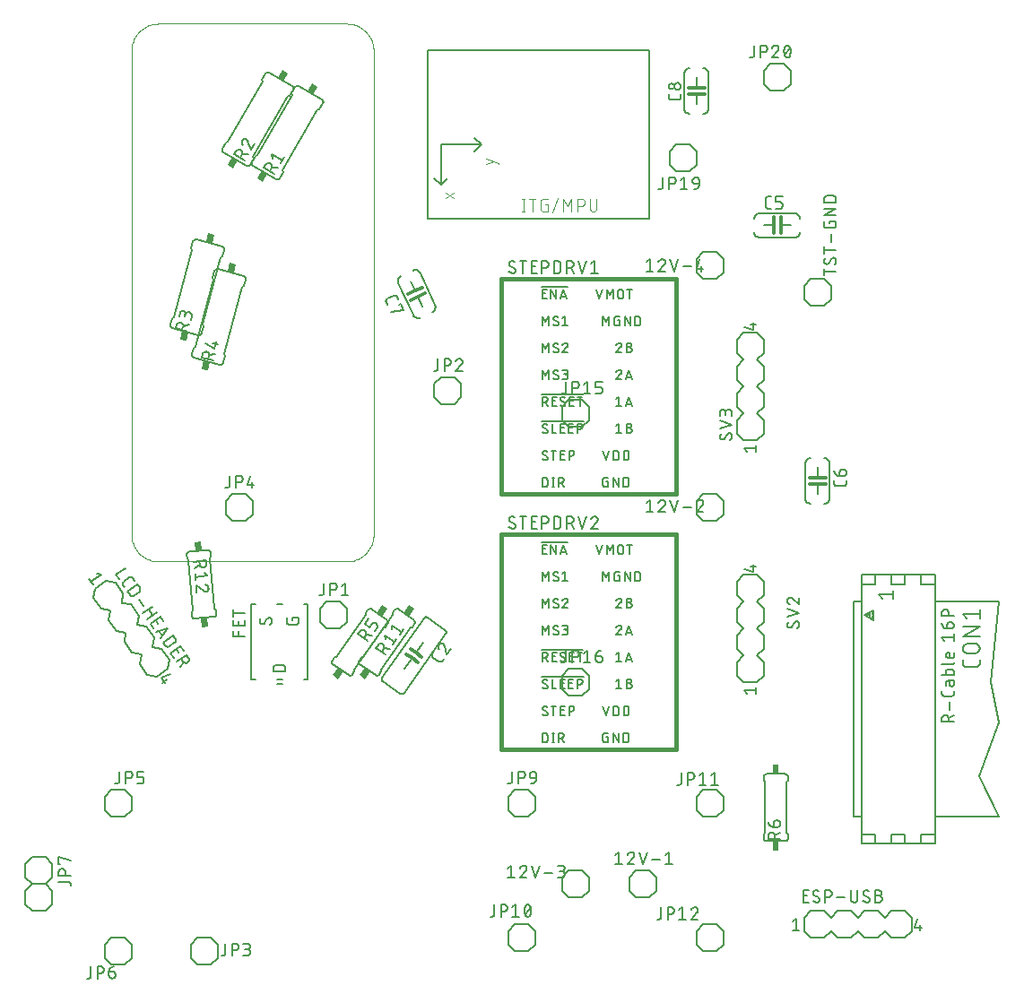
<source format=gbr>
G04 EAGLE Gerber RS-274X export*
G75*
%MOIN*%
%FSLAX34Y34*%
%LPD*%
%INSilkscreen Top*%
%IPPOS*%
%AMOC8*
5,1,8,0,0,1.08239X$1,22.5*%
G01*
%ADD10C,0.006000*%
%ADD11C,0.005000*%
%ADD12C,0.016000*%
%ADD13C,0.000000*%
%ADD14R,0.034000X0.024000*%
%ADD15C,0.012000*%
%ADD16R,0.024000X0.034000*%
%ADD17R,0.010000X0.020000*%
%ADD18R,0.005000X0.015000*%
%ADD19R,0.010000X0.010000*%
%ADD20C,0.007000*%
%ADD21C,0.004000*%


D10*
X2906Y15720D02*
X3193Y15311D01*
X3131Y14963D01*
X2722Y14676D02*
X2373Y14737D01*
X3131Y14963D02*
X3479Y14901D01*
X3766Y14492D01*
X3705Y14143D01*
X3295Y13857D02*
X2947Y13918D01*
X2660Y14328D01*
X2722Y14676D01*
X2148Y15495D02*
X2558Y15782D01*
X2906Y15720D01*
X2148Y15495D02*
X2087Y15147D01*
X2373Y14737D01*
X3705Y14143D02*
X4053Y14082D01*
X4340Y13672D01*
X4278Y13324D01*
X3869Y13037D02*
X3521Y13099D01*
X3234Y13508D01*
X3295Y13857D01*
X4627Y13263D02*
X4913Y12853D01*
X4852Y12505D01*
X4442Y12218D01*
X4094Y12280D01*
X4278Y13324D02*
X4627Y13263D01*
X3869Y13037D02*
X3807Y12689D01*
X4094Y12280D01*
D11*
X2365Y16013D02*
X2211Y16058D01*
X2365Y16013D02*
X1996Y15755D01*
X1925Y15857D02*
X2068Y15653D01*
X4616Y12188D02*
X4961Y12306D01*
X4616Y12188D02*
X4760Y11983D01*
X4799Y12102D02*
X4635Y11987D01*
X2920Y16005D02*
X3289Y16263D01*
X2920Y16005D02*
X3035Y15841D01*
X3191Y15618D02*
X3249Y15536D01*
X3191Y15618D02*
X3181Y15635D01*
X3175Y15653D01*
X3173Y15673D01*
X3175Y15692D01*
X3180Y15711D01*
X3189Y15729D01*
X3201Y15744D01*
X3216Y15757D01*
X3420Y15901D01*
X3421Y15901D02*
X3436Y15910D01*
X3452Y15916D01*
X3469Y15919D01*
X3487Y15919D01*
X3504Y15916D01*
X3520Y15910D01*
X3535Y15901D01*
X3549Y15890D01*
X3560Y15876D01*
X3617Y15794D01*
X3727Y15637D02*
X3358Y15379D01*
X3727Y15637D02*
X3799Y15535D01*
X3798Y15535D02*
X3809Y15516D01*
X3817Y15495D01*
X3821Y15474D01*
X3821Y15452D01*
X3817Y15431D01*
X3809Y15410D01*
X3798Y15391D01*
X3784Y15375D01*
X3768Y15361D01*
X3604Y15246D01*
X3587Y15236D01*
X3569Y15228D01*
X3549Y15224D01*
X3530Y15223D01*
X3510Y15225D01*
X3491Y15230D01*
X3473Y15238D01*
X3457Y15248D01*
X3442Y15261D01*
X3430Y15276D01*
X3430Y15277D02*
X3358Y15379D01*
X3771Y15095D02*
X3943Y14849D01*
X3926Y14568D02*
X4295Y14826D01*
X4131Y14712D02*
X4274Y14507D01*
X4438Y14622D02*
X4070Y14363D01*
X4202Y14174D02*
X4317Y14010D01*
X4202Y14174D02*
X4571Y14432D01*
X4685Y14268D01*
X4493Y14195D02*
X4407Y14318D01*
X4402Y13888D02*
X4857Y14024D01*
X4574Y13643D01*
X4645Y13738D02*
X4516Y13922D01*
X4683Y13487D02*
X5052Y13745D01*
X5124Y13643D01*
X5123Y13643D02*
X5134Y13624D01*
X5142Y13603D01*
X5146Y13582D01*
X5146Y13560D01*
X5142Y13539D01*
X5134Y13518D01*
X5123Y13499D01*
X5109Y13483D01*
X5093Y13469D01*
X4929Y13354D01*
X4912Y13344D01*
X4894Y13336D01*
X4874Y13332D01*
X4855Y13331D01*
X4835Y13333D01*
X4816Y13338D01*
X4798Y13346D01*
X4782Y13356D01*
X4767Y13369D01*
X4755Y13384D01*
X4755Y13385D02*
X4683Y13487D01*
X4959Y13093D02*
X5074Y12929D01*
X4959Y13093D02*
X5328Y13351D01*
X5443Y13187D01*
X5250Y13113D02*
X5164Y13236D01*
X5553Y13030D02*
X5184Y12772D01*
X5553Y13030D02*
X5624Y12927D01*
X5624Y12928D02*
X5635Y12909D01*
X5643Y12888D01*
X5647Y12867D01*
X5647Y12845D01*
X5643Y12824D01*
X5635Y12803D01*
X5624Y12784D01*
X5610Y12768D01*
X5594Y12754D01*
X5575Y12743D01*
X5554Y12735D01*
X5533Y12731D01*
X5511Y12731D01*
X5490Y12735D01*
X5469Y12743D01*
X5450Y12754D01*
X5434Y12768D01*
X5420Y12784D01*
X5348Y12886D01*
X5434Y12763D02*
X5328Y12567D01*
D12*
X17250Y27000D02*
X23750Y27000D01*
X23750Y19000D01*
X17250Y19000D01*
X17250Y27000D01*
D11*
X18775Y25625D02*
X18775Y25275D01*
X18892Y25431D02*
X18775Y25625D01*
X18892Y25431D02*
X19008Y25625D01*
X19008Y25275D01*
X19295Y25275D02*
X19310Y25276D01*
X19325Y25281D01*
X19338Y25288D01*
X19350Y25298D01*
X19360Y25310D01*
X19367Y25323D01*
X19372Y25338D01*
X19373Y25353D01*
X19295Y25275D02*
X19273Y25276D01*
X19252Y25281D01*
X19232Y25288D01*
X19213Y25297D01*
X19195Y25309D01*
X19179Y25324D01*
X19188Y25547D02*
X19189Y25562D01*
X19194Y25577D01*
X19201Y25590D01*
X19211Y25602D01*
X19223Y25612D01*
X19236Y25619D01*
X19251Y25624D01*
X19266Y25625D01*
X19289Y25623D01*
X19312Y25618D01*
X19334Y25608D01*
X19354Y25596D01*
X19227Y25479D02*
X19214Y25489D01*
X19203Y25501D01*
X19195Y25515D01*
X19190Y25531D01*
X19188Y25547D01*
X19334Y25421D02*
X19347Y25411D01*
X19358Y25399D01*
X19366Y25385D01*
X19371Y25369D01*
X19373Y25353D01*
X19334Y25421D02*
X19227Y25479D01*
X19526Y25547D02*
X19624Y25625D01*
X19624Y25275D01*
X19721Y25275D02*
X19526Y25275D01*
X18775Y24625D02*
X18775Y24275D01*
X18892Y24431D02*
X18775Y24625D01*
X18892Y24431D02*
X19008Y24625D01*
X19008Y24275D01*
X19295Y24275D02*
X19310Y24276D01*
X19325Y24281D01*
X19338Y24288D01*
X19350Y24298D01*
X19360Y24310D01*
X19367Y24323D01*
X19372Y24338D01*
X19373Y24353D01*
X19295Y24275D02*
X19273Y24276D01*
X19252Y24281D01*
X19232Y24288D01*
X19213Y24297D01*
X19195Y24309D01*
X19179Y24324D01*
X19188Y24547D02*
X19189Y24562D01*
X19194Y24577D01*
X19201Y24590D01*
X19211Y24602D01*
X19223Y24612D01*
X19236Y24619D01*
X19251Y24624D01*
X19266Y24625D01*
X19289Y24623D01*
X19312Y24618D01*
X19334Y24608D01*
X19354Y24596D01*
X19227Y24479D02*
X19214Y24489D01*
X19203Y24501D01*
X19195Y24515D01*
X19190Y24531D01*
X19188Y24547D01*
X19334Y24421D02*
X19347Y24411D01*
X19358Y24399D01*
X19366Y24385D01*
X19371Y24369D01*
X19373Y24353D01*
X19334Y24421D02*
X19227Y24479D01*
X19633Y24626D02*
X19650Y24624D01*
X19667Y24619D01*
X19682Y24611D01*
X19695Y24600D01*
X19706Y24587D01*
X19714Y24572D01*
X19719Y24555D01*
X19721Y24538D01*
X19633Y24625D02*
X19613Y24623D01*
X19594Y24618D01*
X19576Y24609D01*
X19559Y24597D01*
X19545Y24583D01*
X19534Y24566D01*
X19526Y24548D01*
X19692Y24470D02*
X19704Y24484D01*
X19713Y24501D01*
X19719Y24519D01*
X19721Y24538D01*
X19692Y24469D02*
X19526Y24275D01*
X19721Y24275D01*
X18775Y23625D02*
X18775Y23275D01*
X18892Y23431D02*
X18775Y23625D01*
X18892Y23431D02*
X19008Y23625D01*
X19008Y23275D01*
X19295Y23275D02*
X19310Y23276D01*
X19325Y23281D01*
X19338Y23288D01*
X19350Y23298D01*
X19360Y23310D01*
X19367Y23323D01*
X19372Y23338D01*
X19373Y23353D01*
X19295Y23275D02*
X19273Y23276D01*
X19252Y23281D01*
X19232Y23288D01*
X19213Y23297D01*
X19195Y23309D01*
X19179Y23324D01*
X19188Y23547D02*
X19189Y23562D01*
X19194Y23577D01*
X19201Y23590D01*
X19211Y23602D01*
X19223Y23612D01*
X19236Y23619D01*
X19251Y23624D01*
X19266Y23625D01*
X19289Y23623D01*
X19312Y23618D01*
X19334Y23608D01*
X19354Y23596D01*
X19227Y23479D02*
X19214Y23489D01*
X19203Y23501D01*
X19195Y23515D01*
X19190Y23531D01*
X19188Y23547D01*
X19334Y23421D02*
X19347Y23411D01*
X19358Y23399D01*
X19366Y23385D01*
X19371Y23369D01*
X19373Y23353D01*
X19334Y23421D02*
X19227Y23479D01*
X19526Y23275D02*
X19624Y23275D01*
X19642Y23277D01*
X19659Y23282D01*
X19675Y23290D01*
X19689Y23300D01*
X19701Y23314D01*
X19711Y23329D01*
X19717Y23345D01*
X19721Y23363D01*
X19721Y23381D01*
X19717Y23399D01*
X19711Y23415D01*
X19701Y23430D01*
X19689Y23444D01*
X19675Y23454D01*
X19659Y23462D01*
X19642Y23467D01*
X19624Y23469D01*
X19643Y23625D02*
X19526Y23625D01*
X19643Y23625D02*
X19659Y23623D01*
X19675Y23618D01*
X19689Y23610D01*
X19701Y23599D01*
X19711Y23586D01*
X19717Y23571D01*
X19721Y23555D01*
X19721Y23539D01*
X19717Y23523D01*
X19711Y23508D01*
X19701Y23495D01*
X19689Y23484D01*
X19675Y23476D01*
X19659Y23471D01*
X19643Y23469D01*
X19565Y23469D01*
X20287Y22725D02*
X18750Y22725D01*
X18775Y22625D02*
X18775Y22275D01*
X18775Y22625D02*
X18872Y22625D01*
X18890Y22623D01*
X18907Y22618D01*
X18923Y22610D01*
X18937Y22600D01*
X18949Y22586D01*
X18959Y22571D01*
X18965Y22555D01*
X18969Y22537D01*
X18969Y22519D01*
X18965Y22501D01*
X18959Y22485D01*
X18949Y22470D01*
X18937Y22456D01*
X18923Y22446D01*
X18907Y22438D01*
X18890Y22433D01*
X18872Y22431D01*
X18775Y22431D01*
X18892Y22431D02*
X18969Y22275D01*
X19145Y22275D02*
X19300Y22275D01*
X19145Y22275D02*
X19145Y22625D01*
X19300Y22625D01*
X19262Y22469D02*
X19145Y22469D01*
X19549Y22275D02*
X19564Y22276D01*
X19579Y22281D01*
X19592Y22288D01*
X19604Y22298D01*
X19614Y22310D01*
X19621Y22323D01*
X19626Y22338D01*
X19627Y22353D01*
X19549Y22275D02*
X19527Y22276D01*
X19506Y22281D01*
X19486Y22288D01*
X19467Y22297D01*
X19449Y22309D01*
X19433Y22324D01*
X19442Y22547D02*
X19443Y22562D01*
X19448Y22577D01*
X19455Y22590D01*
X19465Y22602D01*
X19477Y22612D01*
X19490Y22619D01*
X19505Y22624D01*
X19520Y22625D01*
X19543Y22623D01*
X19566Y22618D01*
X19588Y22608D01*
X19608Y22596D01*
X19481Y22479D02*
X19468Y22489D01*
X19457Y22501D01*
X19449Y22515D01*
X19444Y22531D01*
X19442Y22547D01*
X19587Y22421D02*
X19600Y22411D01*
X19611Y22399D01*
X19619Y22385D01*
X19624Y22369D01*
X19626Y22353D01*
X19588Y22421D02*
X19481Y22479D01*
X19793Y22275D02*
X19948Y22275D01*
X19793Y22275D02*
X19793Y22625D01*
X19948Y22625D01*
X19910Y22469D02*
X19793Y22469D01*
X20165Y22625D02*
X20165Y22275D01*
X20068Y22625D02*
X20262Y22625D01*
X20297Y21725D02*
X18750Y21725D01*
X18970Y21353D02*
X18969Y21338D01*
X18964Y21323D01*
X18957Y21310D01*
X18947Y21298D01*
X18935Y21288D01*
X18922Y21281D01*
X18907Y21276D01*
X18892Y21275D01*
X18870Y21276D01*
X18849Y21281D01*
X18829Y21288D01*
X18810Y21297D01*
X18792Y21309D01*
X18776Y21324D01*
X18785Y21547D02*
X18786Y21562D01*
X18791Y21577D01*
X18798Y21590D01*
X18808Y21602D01*
X18820Y21612D01*
X18833Y21619D01*
X18848Y21624D01*
X18863Y21625D01*
X18886Y21623D01*
X18909Y21618D01*
X18931Y21608D01*
X18951Y21596D01*
X18824Y21479D02*
X18811Y21489D01*
X18800Y21501D01*
X18792Y21515D01*
X18787Y21531D01*
X18785Y21547D01*
X18930Y21421D02*
X18943Y21411D01*
X18954Y21399D01*
X18962Y21385D01*
X18967Y21369D01*
X18969Y21353D01*
X18931Y21421D02*
X18824Y21479D01*
X19136Y21625D02*
X19136Y21275D01*
X19291Y21275D01*
X19448Y21275D02*
X19603Y21275D01*
X19448Y21275D02*
X19448Y21625D01*
X19603Y21625D01*
X19565Y21469D02*
X19448Y21469D01*
X19760Y21275D02*
X19915Y21275D01*
X19760Y21275D02*
X19760Y21625D01*
X19915Y21625D01*
X19877Y21469D02*
X19760Y21469D01*
X20078Y21625D02*
X20078Y21275D01*
X20078Y21625D02*
X20175Y21625D01*
X20193Y21623D01*
X20210Y21618D01*
X20226Y21610D01*
X20240Y21600D01*
X20252Y21586D01*
X20262Y21571D01*
X20268Y21555D01*
X20272Y21537D01*
X20272Y21519D01*
X20268Y21501D01*
X20262Y21485D01*
X20252Y21470D01*
X20240Y21456D01*
X20226Y21446D01*
X20210Y21438D01*
X20193Y21433D01*
X20175Y21431D01*
X20078Y21431D01*
X18970Y20353D02*
X18969Y20338D01*
X18964Y20323D01*
X18957Y20310D01*
X18947Y20298D01*
X18935Y20288D01*
X18922Y20281D01*
X18907Y20276D01*
X18892Y20275D01*
X18870Y20276D01*
X18849Y20281D01*
X18829Y20288D01*
X18810Y20297D01*
X18792Y20309D01*
X18776Y20324D01*
X18785Y20547D02*
X18786Y20562D01*
X18791Y20577D01*
X18798Y20590D01*
X18808Y20602D01*
X18820Y20612D01*
X18833Y20619D01*
X18848Y20624D01*
X18863Y20625D01*
X18886Y20623D01*
X18909Y20618D01*
X18931Y20608D01*
X18951Y20596D01*
X18824Y20479D02*
X18811Y20489D01*
X18800Y20501D01*
X18792Y20515D01*
X18787Y20531D01*
X18785Y20547D01*
X18930Y20421D02*
X18943Y20411D01*
X18954Y20399D01*
X18962Y20385D01*
X18967Y20369D01*
X18969Y20353D01*
X18931Y20421D02*
X18824Y20479D01*
X19196Y20625D02*
X19196Y20275D01*
X19099Y20625D02*
X19293Y20625D01*
X19448Y20275D02*
X19603Y20275D01*
X19448Y20275D02*
X19448Y20625D01*
X19603Y20625D01*
X19565Y20469D02*
X19448Y20469D01*
X19766Y20625D02*
X19766Y20275D01*
X19766Y20625D02*
X19863Y20625D01*
X19881Y20623D01*
X19898Y20618D01*
X19914Y20610D01*
X19928Y20600D01*
X19940Y20586D01*
X19950Y20571D01*
X19956Y20555D01*
X19960Y20537D01*
X19960Y20519D01*
X19956Y20501D01*
X19950Y20485D01*
X19940Y20470D01*
X19928Y20456D01*
X19914Y20446D01*
X19898Y20438D01*
X19881Y20433D01*
X19863Y20431D01*
X19766Y20431D01*
X18775Y19625D02*
X18775Y19275D01*
X18775Y19625D02*
X18872Y19625D01*
X18889Y19624D01*
X18905Y19619D01*
X18921Y19612D01*
X18934Y19602D01*
X18946Y19590D01*
X18956Y19577D01*
X18963Y19561D01*
X18968Y19545D01*
X18969Y19528D01*
X18969Y19372D01*
X18968Y19355D01*
X18963Y19339D01*
X18956Y19324D01*
X18946Y19310D01*
X18934Y19298D01*
X18921Y19288D01*
X18905Y19281D01*
X18889Y19276D01*
X18872Y19275D01*
X18775Y19275D01*
X19172Y19275D02*
X19172Y19625D01*
X19133Y19275D02*
X19211Y19275D01*
X19211Y19625D02*
X19133Y19625D01*
X19378Y19625D02*
X19378Y19275D01*
X19378Y19625D02*
X19475Y19625D01*
X19493Y19623D01*
X19510Y19618D01*
X19526Y19610D01*
X19540Y19600D01*
X19552Y19586D01*
X19562Y19571D01*
X19568Y19555D01*
X19572Y19537D01*
X19572Y19519D01*
X19568Y19501D01*
X19562Y19485D01*
X19552Y19470D01*
X19540Y19456D01*
X19526Y19446D01*
X19510Y19438D01*
X19493Y19433D01*
X19475Y19431D01*
X19378Y19431D01*
X19495Y19431D02*
X19572Y19275D01*
X19697Y26725D02*
X18750Y26725D01*
X18775Y26275D02*
X18931Y26275D01*
X18775Y26275D02*
X18775Y26625D01*
X18931Y26625D01*
X18892Y26469D02*
X18775Y26469D01*
X19086Y26625D02*
X19086Y26275D01*
X19281Y26275D02*
X19086Y26625D01*
X19281Y26625D02*
X19281Y26275D01*
X19439Y26275D02*
X19555Y26625D01*
X19672Y26275D01*
X19643Y26363D02*
X19468Y26363D01*
X20775Y26625D02*
X20892Y26275D01*
X21008Y26625D01*
X21171Y26625D02*
X21171Y26275D01*
X21288Y26431D02*
X21171Y26625D01*
X21288Y26431D02*
X21404Y26625D01*
X21404Y26275D01*
X21586Y26372D02*
X21586Y26528D01*
X21587Y26528D02*
X21589Y26546D01*
X21594Y26563D01*
X21602Y26579D01*
X21612Y26593D01*
X21626Y26605D01*
X21641Y26615D01*
X21657Y26621D01*
X21675Y26625D01*
X21693Y26625D01*
X21711Y26621D01*
X21727Y26615D01*
X21742Y26605D01*
X21756Y26593D01*
X21766Y26579D01*
X21774Y26563D01*
X21779Y26546D01*
X21781Y26528D01*
X21781Y26372D01*
X21779Y26354D01*
X21774Y26337D01*
X21766Y26321D01*
X21756Y26307D01*
X21742Y26295D01*
X21727Y26285D01*
X21711Y26279D01*
X21693Y26275D01*
X21675Y26275D01*
X21657Y26279D01*
X21641Y26285D01*
X21626Y26295D01*
X21612Y26307D01*
X21602Y26321D01*
X21594Y26337D01*
X21589Y26354D01*
X21587Y26372D01*
X22020Y26275D02*
X22020Y26625D01*
X22117Y26625D02*
X21922Y26625D01*
X21025Y25625D02*
X21025Y25275D01*
X21142Y25431D02*
X21025Y25625D01*
X21142Y25431D02*
X21258Y25625D01*
X21258Y25275D01*
X21589Y25469D02*
X21647Y25469D01*
X21647Y25275D01*
X21530Y25275D01*
X21515Y25276D01*
X21500Y25281D01*
X21487Y25288D01*
X21475Y25298D01*
X21465Y25310D01*
X21458Y25323D01*
X21453Y25338D01*
X21452Y25353D01*
X21452Y25547D01*
X21454Y25564D01*
X21460Y25581D01*
X21469Y25596D01*
X21481Y25608D01*
X21496Y25617D01*
X21513Y25623D01*
X21530Y25625D01*
X21647Y25625D01*
X21836Y25625D02*
X21836Y25275D01*
X22031Y25275D02*
X21836Y25625D01*
X22031Y25625D02*
X22031Y25275D01*
X22220Y25275D02*
X22220Y25625D01*
X22318Y25625D01*
X22335Y25624D01*
X22351Y25619D01*
X22367Y25612D01*
X22380Y25602D01*
X22392Y25590D01*
X22402Y25577D01*
X22409Y25561D01*
X22414Y25545D01*
X22415Y25528D01*
X22415Y25372D01*
X22414Y25355D01*
X22409Y25339D01*
X22402Y25324D01*
X22392Y25310D01*
X22380Y25298D01*
X22367Y25288D01*
X22351Y25281D01*
X22335Y25276D01*
X22318Y25275D01*
X22220Y25275D01*
X21219Y19469D02*
X21161Y19469D01*
X21219Y19469D02*
X21219Y19275D01*
X21103Y19275D01*
X21088Y19276D01*
X21073Y19281D01*
X21060Y19288D01*
X21048Y19298D01*
X21038Y19310D01*
X21031Y19323D01*
X21026Y19338D01*
X21025Y19353D01*
X21025Y19547D01*
X21027Y19564D01*
X21033Y19581D01*
X21042Y19596D01*
X21054Y19608D01*
X21069Y19617D01*
X21086Y19623D01*
X21103Y19625D01*
X21219Y19625D01*
X21409Y19625D02*
X21409Y19275D01*
X21603Y19275D02*
X21409Y19625D01*
X21603Y19625D02*
X21603Y19275D01*
X21793Y19275D02*
X21793Y19625D01*
X21890Y19625D01*
X21907Y19624D01*
X21923Y19619D01*
X21939Y19612D01*
X21952Y19602D01*
X21964Y19590D01*
X21974Y19577D01*
X21981Y19561D01*
X21986Y19545D01*
X21987Y19528D01*
X21987Y19372D01*
X21986Y19355D01*
X21981Y19339D01*
X21974Y19324D01*
X21964Y19310D01*
X21952Y19298D01*
X21939Y19288D01*
X21923Y19281D01*
X21907Y19276D01*
X21890Y19275D01*
X21793Y19275D01*
X21142Y20275D02*
X21025Y20625D01*
X21258Y20625D02*
X21142Y20275D01*
X21416Y20275D02*
X21416Y20625D01*
X21514Y20625D01*
X21531Y20624D01*
X21547Y20619D01*
X21563Y20612D01*
X21576Y20602D01*
X21588Y20590D01*
X21598Y20577D01*
X21605Y20561D01*
X21610Y20545D01*
X21611Y20528D01*
X21611Y20372D01*
X21610Y20355D01*
X21605Y20339D01*
X21598Y20324D01*
X21588Y20310D01*
X21576Y20298D01*
X21563Y20288D01*
X21547Y20281D01*
X21531Y20276D01*
X21514Y20275D01*
X21416Y20275D01*
X21800Y20275D02*
X21800Y20625D01*
X21898Y20625D01*
X21915Y20624D01*
X21931Y20619D01*
X21947Y20612D01*
X21960Y20602D01*
X21972Y20590D01*
X21982Y20577D01*
X21989Y20561D01*
X21994Y20545D01*
X21995Y20528D01*
X21995Y20372D01*
X21994Y20355D01*
X21989Y20339D01*
X21982Y20324D01*
X21972Y20310D01*
X21960Y20298D01*
X21947Y20288D01*
X21931Y20281D01*
X21915Y20276D01*
X21898Y20275D01*
X21800Y20275D01*
X21720Y23538D02*
X21718Y23555D01*
X21713Y23572D01*
X21705Y23587D01*
X21694Y23600D01*
X21681Y23611D01*
X21666Y23619D01*
X21649Y23624D01*
X21632Y23626D01*
X21632Y23625D02*
X21612Y23623D01*
X21593Y23618D01*
X21575Y23609D01*
X21558Y23597D01*
X21544Y23583D01*
X21533Y23566D01*
X21525Y23548D01*
X21690Y23470D02*
X21702Y23484D01*
X21711Y23501D01*
X21717Y23519D01*
X21719Y23538D01*
X21690Y23469D02*
X21525Y23275D01*
X21719Y23275D01*
X21866Y23275D02*
X21982Y23625D01*
X22099Y23275D01*
X22070Y23363D02*
X21895Y23363D01*
X21622Y22625D02*
X21525Y22547D01*
X21622Y22625D02*
X21622Y22275D01*
X21525Y22275D02*
X21719Y22275D01*
X21866Y22275D02*
X21982Y22625D01*
X22099Y22275D01*
X22070Y22363D02*
X21895Y22363D01*
X21622Y21625D02*
X21525Y21547D01*
X21622Y21625D02*
X21622Y21275D01*
X21525Y21275D02*
X21719Y21275D01*
X21904Y21469D02*
X22001Y21469D01*
X22019Y21467D01*
X22036Y21462D01*
X22052Y21454D01*
X22066Y21444D01*
X22078Y21430D01*
X22088Y21415D01*
X22094Y21399D01*
X22098Y21381D01*
X22098Y21363D01*
X22094Y21345D01*
X22088Y21329D01*
X22078Y21314D01*
X22066Y21300D01*
X22052Y21290D01*
X22036Y21282D01*
X22019Y21277D01*
X22001Y21275D01*
X21904Y21275D01*
X21904Y21625D01*
X22001Y21625D01*
X22017Y21623D01*
X22033Y21618D01*
X22047Y21610D01*
X22059Y21599D01*
X22069Y21586D01*
X22075Y21571D01*
X22079Y21555D01*
X22079Y21539D01*
X22075Y21523D01*
X22069Y21508D01*
X22059Y21495D01*
X22047Y21484D01*
X22033Y21476D01*
X22017Y21471D01*
X22001Y21469D01*
X21720Y24538D02*
X21718Y24555D01*
X21713Y24572D01*
X21705Y24587D01*
X21694Y24600D01*
X21681Y24611D01*
X21666Y24619D01*
X21649Y24624D01*
X21632Y24626D01*
X21632Y24625D02*
X21612Y24623D01*
X21593Y24618D01*
X21575Y24609D01*
X21558Y24597D01*
X21544Y24583D01*
X21533Y24566D01*
X21525Y24548D01*
X21690Y24470D02*
X21702Y24484D01*
X21711Y24501D01*
X21717Y24519D01*
X21719Y24538D01*
X21690Y24469D02*
X21525Y24275D01*
X21719Y24275D01*
X21904Y24469D02*
X22001Y24469D01*
X22019Y24467D01*
X22036Y24462D01*
X22052Y24454D01*
X22066Y24444D01*
X22078Y24430D01*
X22088Y24415D01*
X22094Y24399D01*
X22098Y24381D01*
X22098Y24363D01*
X22094Y24345D01*
X22088Y24329D01*
X22078Y24314D01*
X22066Y24300D01*
X22052Y24290D01*
X22036Y24282D01*
X22019Y24277D01*
X22001Y24275D01*
X21904Y24275D01*
X21904Y24625D01*
X22001Y24625D01*
X22017Y24623D01*
X22033Y24618D01*
X22047Y24610D01*
X22059Y24599D01*
X22069Y24586D01*
X22075Y24571D01*
X22079Y24555D01*
X22079Y24539D01*
X22075Y24523D01*
X22069Y24508D01*
X22059Y24495D01*
X22047Y24484D01*
X22033Y24476D01*
X22017Y24471D01*
X22001Y24469D01*
X17775Y27325D02*
X17773Y27308D01*
X17769Y27291D01*
X17762Y27275D01*
X17752Y27261D01*
X17739Y27248D01*
X17725Y27238D01*
X17709Y27231D01*
X17692Y27227D01*
X17675Y27225D01*
X17647Y27227D01*
X17620Y27232D01*
X17594Y27241D01*
X17569Y27254D01*
X17546Y27269D01*
X17525Y27287D01*
X17538Y27575D02*
X17540Y27592D01*
X17544Y27609D01*
X17551Y27625D01*
X17561Y27639D01*
X17574Y27652D01*
X17588Y27662D01*
X17604Y27669D01*
X17621Y27673D01*
X17638Y27675D01*
X17638Y27676D02*
X17662Y27674D01*
X17686Y27670D01*
X17709Y27662D01*
X17731Y27652D01*
X17751Y27638D01*
X17587Y27487D02*
X17573Y27497D01*
X17560Y27510D01*
X17550Y27524D01*
X17543Y27540D01*
X17539Y27557D01*
X17537Y27575D01*
X17725Y27413D02*
X17739Y27403D01*
X17752Y27390D01*
X17762Y27376D01*
X17769Y27360D01*
X17773Y27343D01*
X17775Y27325D01*
X17725Y27413D02*
X17588Y27488D01*
X18055Y27675D02*
X18055Y27225D01*
X17930Y27675D02*
X18180Y27675D01*
X18366Y27225D02*
X18566Y27225D01*
X18366Y27225D02*
X18366Y27675D01*
X18566Y27675D01*
X18516Y27475D02*
X18366Y27475D01*
X18762Y27675D02*
X18762Y27225D01*
X18762Y27675D02*
X18887Y27675D01*
X18908Y27673D01*
X18928Y27668D01*
X18946Y27660D01*
X18964Y27649D01*
X18979Y27635D01*
X18992Y27618D01*
X19001Y27600D01*
X19008Y27581D01*
X19012Y27560D01*
X19012Y27540D01*
X19008Y27519D01*
X19001Y27500D01*
X18992Y27482D01*
X18979Y27465D01*
X18964Y27451D01*
X18946Y27440D01*
X18928Y27432D01*
X18908Y27427D01*
X18887Y27425D01*
X18762Y27425D01*
X19205Y27225D02*
X19205Y27675D01*
X19330Y27675D01*
X19350Y27673D01*
X19369Y27669D01*
X19387Y27661D01*
X19403Y27651D01*
X19418Y27638D01*
X19431Y27623D01*
X19441Y27607D01*
X19449Y27589D01*
X19453Y27570D01*
X19455Y27550D01*
X19455Y27350D01*
X19453Y27330D01*
X19449Y27311D01*
X19441Y27293D01*
X19431Y27277D01*
X19418Y27262D01*
X19403Y27249D01*
X19387Y27239D01*
X19369Y27231D01*
X19350Y27227D01*
X19330Y27225D01*
X19205Y27225D01*
X19688Y27225D02*
X19688Y27675D01*
X19813Y27675D01*
X19834Y27673D01*
X19854Y27668D01*
X19872Y27660D01*
X19890Y27649D01*
X19905Y27635D01*
X19918Y27618D01*
X19927Y27600D01*
X19934Y27581D01*
X19938Y27560D01*
X19938Y27540D01*
X19934Y27519D01*
X19927Y27500D01*
X19918Y27482D01*
X19905Y27465D01*
X19890Y27451D01*
X19872Y27440D01*
X19854Y27432D01*
X19834Y27427D01*
X19813Y27425D01*
X19688Y27425D01*
X19838Y27425D02*
X19938Y27225D01*
X20260Y27225D02*
X20110Y27675D01*
X20410Y27675D02*
X20260Y27225D01*
X20585Y27575D02*
X20710Y27675D01*
X20710Y27225D01*
X20585Y27225D02*
X20835Y27225D01*
D12*
X23750Y17500D02*
X17250Y17500D01*
X23750Y17500D02*
X23750Y9500D01*
X17250Y9500D01*
X17250Y17500D01*
D11*
X18775Y16125D02*
X18775Y15775D01*
X18892Y15931D02*
X18775Y16125D01*
X18892Y15931D02*
X19008Y16125D01*
X19008Y15775D01*
X19295Y15775D02*
X19310Y15776D01*
X19325Y15781D01*
X19338Y15788D01*
X19350Y15798D01*
X19360Y15810D01*
X19367Y15823D01*
X19372Y15838D01*
X19373Y15853D01*
X19295Y15775D02*
X19273Y15776D01*
X19252Y15781D01*
X19232Y15788D01*
X19213Y15797D01*
X19195Y15809D01*
X19179Y15824D01*
X19188Y16047D02*
X19189Y16062D01*
X19194Y16077D01*
X19201Y16090D01*
X19211Y16102D01*
X19223Y16112D01*
X19236Y16119D01*
X19251Y16124D01*
X19266Y16125D01*
X19289Y16123D01*
X19312Y16118D01*
X19334Y16108D01*
X19354Y16096D01*
X19227Y15979D02*
X19214Y15989D01*
X19203Y16001D01*
X19195Y16015D01*
X19190Y16031D01*
X19188Y16047D01*
X19334Y15921D02*
X19347Y15911D01*
X19358Y15899D01*
X19366Y15885D01*
X19371Y15869D01*
X19373Y15853D01*
X19334Y15921D02*
X19227Y15979D01*
X19526Y16047D02*
X19624Y16125D01*
X19624Y15775D01*
X19721Y15775D02*
X19526Y15775D01*
X18775Y15125D02*
X18775Y14775D01*
X18892Y14931D02*
X18775Y15125D01*
X18892Y14931D02*
X19008Y15125D01*
X19008Y14775D01*
X19295Y14775D02*
X19310Y14776D01*
X19325Y14781D01*
X19338Y14788D01*
X19350Y14798D01*
X19360Y14810D01*
X19367Y14823D01*
X19372Y14838D01*
X19373Y14853D01*
X19295Y14775D02*
X19273Y14776D01*
X19252Y14781D01*
X19232Y14788D01*
X19213Y14797D01*
X19195Y14809D01*
X19179Y14824D01*
X19188Y15047D02*
X19189Y15062D01*
X19194Y15077D01*
X19201Y15090D01*
X19211Y15102D01*
X19223Y15112D01*
X19236Y15119D01*
X19251Y15124D01*
X19266Y15125D01*
X19289Y15123D01*
X19312Y15118D01*
X19334Y15108D01*
X19354Y15096D01*
X19227Y14979D02*
X19214Y14989D01*
X19203Y15001D01*
X19195Y15015D01*
X19190Y15031D01*
X19188Y15047D01*
X19334Y14921D02*
X19347Y14911D01*
X19358Y14899D01*
X19366Y14885D01*
X19371Y14869D01*
X19373Y14853D01*
X19334Y14921D02*
X19227Y14979D01*
X19633Y15126D02*
X19650Y15124D01*
X19667Y15119D01*
X19682Y15111D01*
X19695Y15100D01*
X19706Y15087D01*
X19714Y15072D01*
X19719Y15055D01*
X19721Y15038D01*
X19633Y15125D02*
X19613Y15123D01*
X19594Y15118D01*
X19576Y15109D01*
X19559Y15097D01*
X19545Y15083D01*
X19534Y15066D01*
X19526Y15048D01*
X19692Y14970D02*
X19704Y14984D01*
X19713Y15001D01*
X19719Y15019D01*
X19721Y15038D01*
X19692Y14969D02*
X19526Y14775D01*
X19721Y14775D01*
X18775Y14125D02*
X18775Y13775D01*
X18892Y13931D02*
X18775Y14125D01*
X18892Y13931D02*
X19008Y14125D01*
X19008Y13775D01*
X19295Y13775D02*
X19310Y13776D01*
X19325Y13781D01*
X19338Y13788D01*
X19350Y13798D01*
X19360Y13810D01*
X19367Y13823D01*
X19372Y13838D01*
X19373Y13853D01*
X19295Y13775D02*
X19273Y13776D01*
X19252Y13781D01*
X19232Y13788D01*
X19213Y13797D01*
X19195Y13809D01*
X19179Y13824D01*
X19188Y14047D02*
X19189Y14062D01*
X19194Y14077D01*
X19201Y14090D01*
X19211Y14102D01*
X19223Y14112D01*
X19236Y14119D01*
X19251Y14124D01*
X19266Y14125D01*
X19289Y14123D01*
X19312Y14118D01*
X19334Y14108D01*
X19354Y14096D01*
X19227Y13979D02*
X19214Y13989D01*
X19203Y14001D01*
X19195Y14015D01*
X19190Y14031D01*
X19188Y14047D01*
X19334Y13921D02*
X19347Y13911D01*
X19358Y13899D01*
X19366Y13885D01*
X19371Y13869D01*
X19373Y13853D01*
X19334Y13921D02*
X19227Y13979D01*
X19526Y13775D02*
X19624Y13775D01*
X19642Y13777D01*
X19659Y13782D01*
X19675Y13790D01*
X19689Y13800D01*
X19701Y13814D01*
X19711Y13829D01*
X19717Y13845D01*
X19721Y13863D01*
X19721Y13881D01*
X19717Y13899D01*
X19711Y13915D01*
X19701Y13930D01*
X19689Y13944D01*
X19675Y13954D01*
X19659Y13962D01*
X19642Y13967D01*
X19624Y13969D01*
X19643Y14125D02*
X19526Y14125D01*
X19643Y14125D02*
X19659Y14123D01*
X19675Y14118D01*
X19689Y14110D01*
X19701Y14099D01*
X19711Y14086D01*
X19717Y14071D01*
X19721Y14055D01*
X19721Y14039D01*
X19717Y14023D01*
X19711Y14008D01*
X19701Y13995D01*
X19689Y13984D01*
X19675Y13976D01*
X19659Y13971D01*
X19643Y13969D01*
X19565Y13969D01*
X20287Y13225D02*
X18750Y13225D01*
X18775Y13125D02*
X18775Y12775D01*
X18775Y13125D02*
X18872Y13125D01*
X18890Y13123D01*
X18907Y13118D01*
X18923Y13110D01*
X18937Y13100D01*
X18949Y13086D01*
X18959Y13071D01*
X18965Y13055D01*
X18969Y13037D01*
X18969Y13019D01*
X18965Y13001D01*
X18959Y12985D01*
X18949Y12970D01*
X18937Y12956D01*
X18923Y12946D01*
X18907Y12938D01*
X18890Y12933D01*
X18872Y12931D01*
X18775Y12931D01*
X18892Y12931D02*
X18969Y12775D01*
X19145Y12775D02*
X19300Y12775D01*
X19145Y12775D02*
X19145Y13125D01*
X19300Y13125D01*
X19262Y12969D02*
X19145Y12969D01*
X19549Y12775D02*
X19564Y12776D01*
X19579Y12781D01*
X19592Y12788D01*
X19604Y12798D01*
X19614Y12810D01*
X19621Y12823D01*
X19626Y12838D01*
X19627Y12853D01*
X19549Y12775D02*
X19527Y12776D01*
X19506Y12781D01*
X19486Y12788D01*
X19467Y12797D01*
X19449Y12809D01*
X19433Y12824D01*
X19442Y13047D02*
X19443Y13062D01*
X19448Y13077D01*
X19455Y13090D01*
X19465Y13102D01*
X19477Y13112D01*
X19490Y13119D01*
X19505Y13124D01*
X19520Y13125D01*
X19543Y13123D01*
X19566Y13118D01*
X19588Y13108D01*
X19608Y13096D01*
X19481Y12979D02*
X19468Y12989D01*
X19457Y13001D01*
X19449Y13015D01*
X19444Y13031D01*
X19442Y13047D01*
X19587Y12921D02*
X19600Y12911D01*
X19611Y12899D01*
X19619Y12885D01*
X19624Y12869D01*
X19626Y12853D01*
X19588Y12921D02*
X19481Y12979D01*
X19793Y12775D02*
X19948Y12775D01*
X19793Y12775D02*
X19793Y13125D01*
X19948Y13125D01*
X19910Y12969D02*
X19793Y12969D01*
X20165Y13125D02*
X20165Y12775D01*
X20068Y13125D02*
X20262Y13125D01*
X20297Y12225D02*
X18750Y12225D01*
X18970Y11853D02*
X18969Y11838D01*
X18964Y11823D01*
X18957Y11810D01*
X18947Y11798D01*
X18935Y11788D01*
X18922Y11781D01*
X18907Y11776D01*
X18892Y11775D01*
X18870Y11776D01*
X18849Y11781D01*
X18829Y11788D01*
X18810Y11797D01*
X18792Y11809D01*
X18776Y11824D01*
X18785Y12047D02*
X18786Y12062D01*
X18791Y12077D01*
X18798Y12090D01*
X18808Y12102D01*
X18820Y12112D01*
X18833Y12119D01*
X18848Y12124D01*
X18863Y12125D01*
X18886Y12123D01*
X18909Y12118D01*
X18931Y12108D01*
X18951Y12096D01*
X18824Y11979D02*
X18811Y11989D01*
X18800Y12001D01*
X18792Y12015D01*
X18787Y12031D01*
X18785Y12047D01*
X18930Y11921D02*
X18943Y11911D01*
X18954Y11899D01*
X18962Y11885D01*
X18967Y11869D01*
X18969Y11853D01*
X18931Y11921D02*
X18824Y11979D01*
X19136Y12125D02*
X19136Y11775D01*
X19291Y11775D01*
X19448Y11775D02*
X19603Y11775D01*
X19448Y11775D02*
X19448Y12125D01*
X19603Y12125D01*
X19565Y11969D02*
X19448Y11969D01*
X19760Y11775D02*
X19915Y11775D01*
X19760Y11775D02*
X19760Y12125D01*
X19915Y12125D01*
X19877Y11969D02*
X19760Y11969D01*
X20078Y12125D02*
X20078Y11775D01*
X20078Y12125D02*
X20175Y12125D01*
X20193Y12123D01*
X20210Y12118D01*
X20226Y12110D01*
X20240Y12100D01*
X20252Y12086D01*
X20262Y12071D01*
X20268Y12055D01*
X20272Y12037D01*
X20272Y12019D01*
X20268Y12001D01*
X20262Y11985D01*
X20252Y11970D01*
X20240Y11956D01*
X20226Y11946D01*
X20210Y11938D01*
X20193Y11933D01*
X20175Y11931D01*
X20078Y11931D01*
X18970Y10853D02*
X18969Y10838D01*
X18964Y10823D01*
X18957Y10810D01*
X18947Y10798D01*
X18935Y10788D01*
X18922Y10781D01*
X18907Y10776D01*
X18892Y10775D01*
X18870Y10776D01*
X18849Y10781D01*
X18829Y10788D01*
X18810Y10797D01*
X18792Y10809D01*
X18776Y10824D01*
X18785Y11047D02*
X18786Y11062D01*
X18791Y11077D01*
X18798Y11090D01*
X18808Y11102D01*
X18820Y11112D01*
X18833Y11119D01*
X18848Y11124D01*
X18863Y11125D01*
X18886Y11123D01*
X18909Y11118D01*
X18931Y11108D01*
X18951Y11096D01*
X18824Y10979D02*
X18811Y10989D01*
X18800Y11001D01*
X18792Y11015D01*
X18787Y11031D01*
X18785Y11047D01*
X18930Y10921D02*
X18943Y10911D01*
X18954Y10899D01*
X18962Y10885D01*
X18967Y10869D01*
X18969Y10853D01*
X18931Y10921D02*
X18824Y10979D01*
X19196Y11125D02*
X19196Y10775D01*
X19099Y11125D02*
X19293Y11125D01*
X19448Y10775D02*
X19603Y10775D01*
X19448Y10775D02*
X19448Y11125D01*
X19603Y11125D01*
X19565Y10969D02*
X19448Y10969D01*
X19766Y11125D02*
X19766Y10775D01*
X19766Y11125D02*
X19863Y11125D01*
X19881Y11123D01*
X19898Y11118D01*
X19914Y11110D01*
X19928Y11100D01*
X19940Y11086D01*
X19950Y11071D01*
X19956Y11055D01*
X19960Y11037D01*
X19960Y11019D01*
X19956Y11001D01*
X19950Y10985D01*
X19940Y10970D01*
X19928Y10956D01*
X19914Y10946D01*
X19898Y10938D01*
X19881Y10933D01*
X19863Y10931D01*
X19766Y10931D01*
X18775Y10125D02*
X18775Y9775D01*
X18775Y10125D02*
X18872Y10125D01*
X18889Y10124D01*
X18905Y10119D01*
X18921Y10112D01*
X18934Y10102D01*
X18946Y10090D01*
X18956Y10077D01*
X18963Y10061D01*
X18968Y10045D01*
X18969Y10028D01*
X18969Y9872D01*
X18968Y9855D01*
X18963Y9839D01*
X18956Y9824D01*
X18946Y9810D01*
X18934Y9798D01*
X18921Y9788D01*
X18905Y9781D01*
X18889Y9776D01*
X18872Y9775D01*
X18775Y9775D01*
X19172Y9775D02*
X19172Y10125D01*
X19133Y9775D02*
X19211Y9775D01*
X19211Y10125D02*
X19133Y10125D01*
X19378Y10125D02*
X19378Y9775D01*
X19378Y10125D02*
X19475Y10125D01*
X19493Y10123D01*
X19510Y10118D01*
X19526Y10110D01*
X19540Y10100D01*
X19552Y10086D01*
X19562Y10071D01*
X19568Y10055D01*
X19572Y10037D01*
X19572Y10019D01*
X19568Y10001D01*
X19562Y9985D01*
X19552Y9970D01*
X19540Y9956D01*
X19526Y9946D01*
X19510Y9938D01*
X19493Y9933D01*
X19475Y9931D01*
X19378Y9931D01*
X19495Y9931D02*
X19572Y9775D01*
X19697Y17225D02*
X18750Y17225D01*
X18775Y16775D02*
X18931Y16775D01*
X18775Y16775D02*
X18775Y17125D01*
X18931Y17125D01*
X18892Y16969D02*
X18775Y16969D01*
X19086Y17125D02*
X19086Y16775D01*
X19281Y16775D02*
X19086Y17125D01*
X19281Y17125D02*
X19281Y16775D01*
X19439Y16775D02*
X19555Y17125D01*
X19672Y16775D01*
X19643Y16863D02*
X19468Y16863D01*
X20775Y17125D02*
X20892Y16775D01*
X21008Y17125D01*
X21171Y17125D02*
X21171Y16775D01*
X21288Y16931D02*
X21171Y17125D01*
X21288Y16931D02*
X21404Y17125D01*
X21404Y16775D01*
X21586Y16872D02*
X21586Y17028D01*
X21587Y17028D02*
X21589Y17046D01*
X21594Y17063D01*
X21602Y17079D01*
X21612Y17093D01*
X21626Y17105D01*
X21641Y17115D01*
X21657Y17121D01*
X21675Y17125D01*
X21693Y17125D01*
X21711Y17121D01*
X21727Y17115D01*
X21742Y17105D01*
X21756Y17093D01*
X21766Y17079D01*
X21774Y17063D01*
X21779Y17046D01*
X21781Y17028D01*
X21781Y16872D01*
X21779Y16854D01*
X21774Y16837D01*
X21766Y16821D01*
X21756Y16807D01*
X21742Y16795D01*
X21727Y16785D01*
X21711Y16779D01*
X21693Y16775D01*
X21675Y16775D01*
X21657Y16779D01*
X21641Y16785D01*
X21626Y16795D01*
X21612Y16807D01*
X21602Y16821D01*
X21594Y16837D01*
X21589Y16854D01*
X21587Y16872D01*
X22020Y16775D02*
X22020Y17125D01*
X22117Y17125D02*
X21922Y17125D01*
X21025Y16125D02*
X21025Y15775D01*
X21142Y15931D02*
X21025Y16125D01*
X21142Y15931D02*
X21258Y16125D01*
X21258Y15775D01*
X21589Y15969D02*
X21647Y15969D01*
X21647Y15775D01*
X21530Y15775D01*
X21515Y15776D01*
X21500Y15781D01*
X21487Y15788D01*
X21475Y15798D01*
X21465Y15810D01*
X21458Y15823D01*
X21453Y15838D01*
X21452Y15853D01*
X21452Y16047D01*
X21454Y16064D01*
X21460Y16081D01*
X21469Y16096D01*
X21481Y16108D01*
X21496Y16117D01*
X21513Y16123D01*
X21530Y16125D01*
X21647Y16125D01*
X21836Y16125D02*
X21836Y15775D01*
X22031Y15775D02*
X21836Y16125D01*
X22031Y16125D02*
X22031Y15775D01*
X22220Y15775D02*
X22220Y16125D01*
X22318Y16125D01*
X22335Y16124D01*
X22351Y16119D01*
X22367Y16112D01*
X22380Y16102D01*
X22392Y16090D01*
X22402Y16077D01*
X22409Y16061D01*
X22414Y16045D01*
X22415Y16028D01*
X22415Y15872D01*
X22414Y15855D01*
X22409Y15839D01*
X22402Y15824D01*
X22392Y15810D01*
X22380Y15798D01*
X22367Y15788D01*
X22351Y15781D01*
X22335Y15776D01*
X22318Y15775D01*
X22220Y15775D01*
X21219Y9969D02*
X21161Y9969D01*
X21219Y9969D02*
X21219Y9775D01*
X21103Y9775D01*
X21088Y9776D01*
X21073Y9781D01*
X21060Y9788D01*
X21048Y9798D01*
X21038Y9810D01*
X21031Y9823D01*
X21026Y9838D01*
X21025Y9853D01*
X21025Y10047D01*
X21027Y10064D01*
X21033Y10081D01*
X21042Y10096D01*
X21054Y10108D01*
X21069Y10117D01*
X21086Y10123D01*
X21103Y10125D01*
X21219Y10125D01*
X21409Y10125D02*
X21409Y9775D01*
X21603Y9775D02*
X21409Y10125D01*
X21603Y10125D02*
X21603Y9775D01*
X21793Y9775D02*
X21793Y10125D01*
X21890Y10125D01*
X21907Y10124D01*
X21923Y10119D01*
X21939Y10112D01*
X21952Y10102D01*
X21964Y10090D01*
X21974Y10077D01*
X21981Y10061D01*
X21986Y10045D01*
X21987Y10028D01*
X21987Y9872D01*
X21986Y9855D01*
X21981Y9839D01*
X21974Y9824D01*
X21964Y9810D01*
X21952Y9798D01*
X21939Y9788D01*
X21923Y9781D01*
X21907Y9776D01*
X21890Y9775D01*
X21793Y9775D01*
X21142Y10775D02*
X21025Y11125D01*
X21258Y11125D02*
X21142Y10775D01*
X21416Y10775D02*
X21416Y11125D01*
X21514Y11125D01*
X21531Y11124D01*
X21547Y11119D01*
X21563Y11112D01*
X21576Y11102D01*
X21588Y11090D01*
X21598Y11077D01*
X21605Y11061D01*
X21610Y11045D01*
X21611Y11028D01*
X21611Y10872D01*
X21610Y10855D01*
X21605Y10839D01*
X21598Y10824D01*
X21588Y10810D01*
X21576Y10798D01*
X21563Y10788D01*
X21547Y10781D01*
X21531Y10776D01*
X21514Y10775D01*
X21416Y10775D01*
X21800Y10775D02*
X21800Y11125D01*
X21898Y11125D01*
X21915Y11124D01*
X21931Y11119D01*
X21947Y11112D01*
X21960Y11102D01*
X21972Y11090D01*
X21982Y11077D01*
X21989Y11061D01*
X21994Y11045D01*
X21995Y11028D01*
X21995Y10872D01*
X21994Y10855D01*
X21989Y10839D01*
X21982Y10824D01*
X21972Y10810D01*
X21960Y10798D01*
X21947Y10788D01*
X21931Y10781D01*
X21915Y10776D01*
X21898Y10775D01*
X21800Y10775D01*
X21720Y14038D02*
X21718Y14055D01*
X21713Y14072D01*
X21705Y14087D01*
X21694Y14100D01*
X21681Y14111D01*
X21666Y14119D01*
X21649Y14124D01*
X21632Y14126D01*
X21632Y14125D02*
X21612Y14123D01*
X21593Y14118D01*
X21575Y14109D01*
X21558Y14097D01*
X21544Y14083D01*
X21533Y14066D01*
X21525Y14048D01*
X21690Y13970D02*
X21702Y13984D01*
X21711Y14001D01*
X21717Y14019D01*
X21719Y14038D01*
X21690Y13969D02*
X21525Y13775D01*
X21719Y13775D01*
X21866Y13775D02*
X21982Y14125D01*
X22099Y13775D01*
X22070Y13863D02*
X21895Y13863D01*
X21622Y13125D02*
X21525Y13047D01*
X21622Y13125D02*
X21622Y12775D01*
X21525Y12775D02*
X21719Y12775D01*
X21866Y12775D02*
X21982Y13125D01*
X22099Y12775D01*
X22070Y12863D02*
X21895Y12863D01*
X21622Y12125D02*
X21525Y12047D01*
X21622Y12125D02*
X21622Y11775D01*
X21525Y11775D02*
X21719Y11775D01*
X21904Y11969D02*
X22001Y11969D01*
X22019Y11967D01*
X22036Y11962D01*
X22052Y11954D01*
X22066Y11944D01*
X22078Y11930D01*
X22088Y11915D01*
X22094Y11899D01*
X22098Y11881D01*
X22098Y11863D01*
X22094Y11845D01*
X22088Y11829D01*
X22078Y11814D01*
X22066Y11800D01*
X22052Y11790D01*
X22036Y11782D01*
X22019Y11777D01*
X22001Y11775D01*
X21904Y11775D01*
X21904Y12125D01*
X22001Y12125D01*
X22017Y12123D01*
X22033Y12118D01*
X22047Y12110D01*
X22059Y12099D01*
X22069Y12086D01*
X22075Y12071D01*
X22079Y12055D01*
X22079Y12039D01*
X22075Y12023D01*
X22069Y12008D01*
X22059Y11995D01*
X22047Y11984D01*
X22033Y11976D01*
X22017Y11971D01*
X22001Y11969D01*
X21720Y15038D02*
X21718Y15055D01*
X21713Y15072D01*
X21705Y15087D01*
X21694Y15100D01*
X21681Y15111D01*
X21666Y15119D01*
X21649Y15124D01*
X21632Y15126D01*
X21632Y15125D02*
X21612Y15123D01*
X21593Y15118D01*
X21575Y15109D01*
X21558Y15097D01*
X21544Y15083D01*
X21533Y15066D01*
X21525Y15048D01*
X21690Y14970D02*
X21702Y14984D01*
X21711Y15001D01*
X21717Y15019D01*
X21719Y15038D01*
X21690Y14969D02*
X21525Y14775D01*
X21719Y14775D01*
X21904Y14969D02*
X22001Y14969D01*
X22019Y14967D01*
X22036Y14962D01*
X22052Y14954D01*
X22066Y14944D01*
X22078Y14930D01*
X22088Y14915D01*
X22094Y14899D01*
X22098Y14881D01*
X22098Y14863D01*
X22094Y14845D01*
X22088Y14829D01*
X22078Y14814D01*
X22066Y14800D01*
X22052Y14790D01*
X22036Y14782D01*
X22019Y14777D01*
X22001Y14775D01*
X21904Y14775D01*
X21904Y15125D01*
X22001Y15125D01*
X22017Y15123D01*
X22033Y15118D01*
X22047Y15110D01*
X22059Y15099D01*
X22069Y15086D01*
X22075Y15071D01*
X22079Y15055D01*
X22079Y15039D01*
X22075Y15023D01*
X22069Y15008D01*
X22059Y14995D01*
X22047Y14984D01*
X22033Y14976D01*
X22017Y14971D01*
X22001Y14969D01*
X17775Y17825D02*
X17773Y17808D01*
X17769Y17791D01*
X17762Y17775D01*
X17752Y17761D01*
X17739Y17748D01*
X17725Y17738D01*
X17709Y17731D01*
X17692Y17727D01*
X17675Y17725D01*
X17647Y17727D01*
X17620Y17732D01*
X17594Y17741D01*
X17569Y17754D01*
X17546Y17769D01*
X17525Y17787D01*
X17538Y18075D02*
X17540Y18092D01*
X17544Y18109D01*
X17551Y18125D01*
X17561Y18139D01*
X17574Y18152D01*
X17588Y18162D01*
X17604Y18169D01*
X17621Y18173D01*
X17638Y18175D01*
X17638Y18176D02*
X17662Y18174D01*
X17686Y18170D01*
X17709Y18162D01*
X17731Y18152D01*
X17751Y18138D01*
X17587Y17987D02*
X17573Y17997D01*
X17560Y18010D01*
X17550Y18024D01*
X17543Y18040D01*
X17539Y18057D01*
X17537Y18075D01*
X17725Y17913D02*
X17739Y17903D01*
X17752Y17890D01*
X17762Y17876D01*
X17769Y17860D01*
X17773Y17843D01*
X17775Y17825D01*
X17725Y17913D02*
X17588Y17988D01*
X18055Y18175D02*
X18055Y17725D01*
X17930Y18175D02*
X18180Y18175D01*
X18366Y17725D02*
X18566Y17725D01*
X18366Y17725D02*
X18366Y18175D01*
X18566Y18175D01*
X18516Y17975D02*
X18366Y17975D01*
X18762Y18175D02*
X18762Y17725D01*
X18762Y18175D02*
X18887Y18175D01*
X18908Y18173D01*
X18928Y18168D01*
X18946Y18160D01*
X18964Y18149D01*
X18979Y18135D01*
X18992Y18118D01*
X19001Y18100D01*
X19008Y18081D01*
X19012Y18060D01*
X19012Y18040D01*
X19008Y18019D01*
X19001Y18000D01*
X18992Y17982D01*
X18979Y17965D01*
X18964Y17951D01*
X18946Y17940D01*
X18928Y17932D01*
X18908Y17927D01*
X18887Y17925D01*
X18762Y17925D01*
X19205Y17725D02*
X19205Y18175D01*
X19330Y18175D01*
X19350Y18173D01*
X19369Y18169D01*
X19387Y18161D01*
X19403Y18151D01*
X19418Y18138D01*
X19431Y18123D01*
X19441Y18107D01*
X19449Y18089D01*
X19453Y18070D01*
X19455Y18050D01*
X19455Y17850D01*
X19453Y17830D01*
X19449Y17811D01*
X19441Y17793D01*
X19431Y17777D01*
X19418Y17762D01*
X19403Y17749D01*
X19387Y17739D01*
X19369Y17731D01*
X19350Y17727D01*
X19330Y17725D01*
X19205Y17725D01*
X19688Y17725D02*
X19688Y18175D01*
X19813Y18175D01*
X19834Y18173D01*
X19854Y18168D01*
X19872Y18160D01*
X19890Y18149D01*
X19905Y18135D01*
X19918Y18118D01*
X19927Y18100D01*
X19934Y18081D01*
X19938Y18060D01*
X19938Y18040D01*
X19934Y18019D01*
X19927Y18000D01*
X19918Y17982D01*
X19905Y17965D01*
X19890Y17951D01*
X19872Y17940D01*
X19854Y17932D01*
X19834Y17927D01*
X19813Y17925D01*
X19688Y17925D01*
X19838Y17925D02*
X19938Y17725D01*
X20260Y17725D02*
X20110Y18175D01*
X20410Y18175D02*
X20260Y17725D01*
X20722Y18176D02*
X20742Y18174D01*
X20761Y18169D01*
X20779Y18161D01*
X20795Y18150D01*
X20809Y18136D01*
X20820Y18120D01*
X20828Y18102D01*
X20833Y18083D01*
X20835Y18063D01*
X20722Y18175D02*
X20699Y18173D01*
X20677Y18168D01*
X20656Y18159D01*
X20637Y18147D01*
X20619Y18132D01*
X20605Y18115D01*
X20593Y18096D01*
X20584Y18075D01*
X20797Y17975D02*
X20810Y17990D01*
X20821Y18006D01*
X20829Y18024D01*
X20833Y18043D01*
X20835Y18063D01*
X20797Y17975D02*
X20585Y17725D01*
X20835Y17725D01*
D13*
X12500Y17500D02*
X12500Y35500D01*
X12498Y35560D01*
X12493Y35621D01*
X12484Y35680D01*
X12471Y35739D01*
X12455Y35798D01*
X12435Y35855D01*
X12412Y35910D01*
X12385Y35965D01*
X12356Y36017D01*
X12323Y36068D01*
X12287Y36117D01*
X12249Y36163D01*
X12207Y36207D01*
X12163Y36249D01*
X12117Y36287D01*
X12068Y36323D01*
X12017Y36356D01*
X11965Y36385D01*
X11910Y36412D01*
X11855Y36435D01*
X11798Y36455D01*
X11739Y36471D01*
X11680Y36484D01*
X11621Y36493D01*
X11560Y36498D01*
X11500Y36500D01*
X4500Y36500D01*
X4440Y36498D01*
X4379Y36493D01*
X4320Y36484D01*
X4261Y36471D01*
X4202Y36455D01*
X4145Y36435D01*
X4090Y36412D01*
X4035Y36385D01*
X3983Y36356D01*
X3932Y36323D01*
X3883Y36287D01*
X3837Y36249D01*
X3793Y36207D01*
X3751Y36163D01*
X3713Y36117D01*
X3677Y36068D01*
X3644Y36017D01*
X3615Y35965D01*
X3588Y35910D01*
X3565Y35855D01*
X3545Y35798D01*
X3529Y35739D01*
X3516Y35680D01*
X3507Y35621D01*
X3502Y35560D01*
X3500Y35500D01*
X3500Y17500D01*
X3502Y17440D01*
X3507Y17379D01*
X3516Y17320D01*
X3529Y17261D01*
X3545Y17202D01*
X3565Y17145D01*
X3588Y17090D01*
X3615Y17035D01*
X3644Y16983D01*
X3677Y16932D01*
X3713Y16883D01*
X3751Y16837D01*
X3793Y16793D01*
X3837Y16751D01*
X3883Y16713D01*
X3932Y16677D01*
X3983Y16644D01*
X4035Y16615D01*
X4090Y16588D01*
X4145Y16565D01*
X4202Y16545D01*
X4261Y16529D01*
X4320Y16516D01*
X4379Y16507D01*
X4440Y16502D01*
X4500Y16500D01*
X11500Y16500D01*
X11560Y16502D01*
X11621Y16507D01*
X11680Y16516D01*
X11739Y16529D01*
X11798Y16545D01*
X11855Y16565D01*
X11910Y16588D01*
X11965Y16615D01*
X12017Y16644D01*
X12068Y16677D01*
X12117Y16713D01*
X12163Y16751D01*
X12207Y16793D01*
X12249Y16837D01*
X12287Y16883D01*
X12323Y16932D01*
X12356Y16983D01*
X12385Y17035D01*
X12412Y17090D01*
X12435Y17145D01*
X12455Y17202D01*
X12471Y17261D01*
X12484Y17320D01*
X12493Y17379D01*
X12498Y17440D01*
X12500Y17500D01*
D10*
X8017Y31227D02*
X8003Y31237D01*
X7990Y31250D01*
X7980Y31264D01*
X7973Y31280D01*
X7969Y31297D01*
X7967Y31314D01*
X7969Y31331D01*
X7973Y31348D01*
X7980Y31364D01*
X8883Y30727D02*
X8899Y30720D01*
X8916Y30716D01*
X8933Y30714D01*
X8950Y30716D01*
X8967Y30720D01*
X8983Y30727D01*
X8997Y30737D01*
X9010Y30750D01*
X9020Y30764D01*
X10620Y33536D02*
X10627Y33552D01*
X10631Y33569D01*
X10633Y33586D01*
X10631Y33603D01*
X10627Y33620D01*
X10620Y33636D01*
X10610Y33650D01*
X10597Y33663D01*
X10583Y33673D01*
X9717Y34173D02*
X9699Y34181D01*
X9680Y34185D01*
X9660Y34186D01*
X9641Y34183D01*
X9623Y34176D01*
X9606Y34165D01*
X9592Y34152D01*
X9580Y34136D01*
X8017Y31228D02*
X8883Y30728D01*
X7980Y31364D02*
X8105Y31581D01*
X8174Y31599D01*
X9145Y30981D02*
X9020Y30764D01*
X9145Y30981D02*
X9126Y31049D01*
X9474Y33851D02*
X9455Y33919D01*
X9474Y33851D02*
X8174Y31599D01*
X10426Y33301D02*
X10495Y33319D01*
X10426Y33301D02*
X9126Y31049D01*
X9455Y33919D02*
X9580Y34136D01*
X10620Y33536D02*
X10495Y33319D01*
X10583Y33672D02*
X9717Y34172D01*
D14*
G36*
X10423Y34156D02*
X10253Y33862D01*
X10047Y33982D01*
X10217Y34276D01*
X10423Y34156D01*
G37*
G36*
X8553Y30918D02*
X8383Y30624D01*
X8177Y30744D01*
X8347Y31038D01*
X8553Y30918D01*
G37*
D11*
X8816Y30930D02*
X8427Y31155D01*
X8489Y31263D01*
X8489Y31264D02*
X8501Y31281D01*
X8517Y31297D01*
X8535Y31309D01*
X8554Y31318D01*
X8575Y31324D01*
X8597Y31326D01*
X8619Y31324D01*
X8640Y31318D01*
X8660Y31309D01*
X8677Y31297D01*
X8693Y31281D01*
X8705Y31263D01*
X8714Y31244D01*
X8720Y31223D01*
X8722Y31201D01*
X8720Y31179D01*
X8714Y31158D01*
X8705Y31138D01*
X8706Y31138D02*
X8643Y31030D01*
X8718Y31160D02*
X8941Y31147D01*
X8737Y31492D02*
X8712Y31650D01*
X9102Y31425D01*
X9040Y31317D02*
X9165Y31534D01*
D10*
X6917Y31727D02*
X6903Y31737D01*
X6890Y31750D01*
X6880Y31764D01*
X6873Y31780D01*
X6869Y31797D01*
X6867Y31814D01*
X6869Y31831D01*
X6873Y31848D01*
X6880Y31864D01*
X7783Y31227D02*
X7799Y31220D01*
X7816Y31216D01*
X7833Y31214D01*
X7850Y31216D01*
X7867Y31220D01*
X7883Y31227D01*
X7897Y31237D01*
X7910Y31250D01*
X7920Y31264D01*
X9520Y34036D02*
X9527Y34052D01*
X9531Y34069D01*
X9533Y34086D01*
X9531Y34103D01*
X9527Y34120D01*
X9520Y34136D01*
X9510Y34150D01*
X9497Y34163D01*
X9483Y34173D01*
X8617Y34673D02*
X8599Y34681D01*
X8580Y34685D01*
X8560Y34686D01*
X8541Y34683D01*
X8523Y34676D01*
X8506Y34665D01*
X8492Y34652D01*
X8480Y34636D01*
X6917Y31728D02*
X7783Y31228D01*
X6880Y31864D02*
X7005Y32081D01*
X7074Y32099D01*
X8045Y31481D02*
X7920Y31264D01*
X8045Y31481D02*
X8026Y31549D01*
X8374Y34351D02*
X8355Y34419D01*
X8374Y34351D02*
X7074Y32099D01*
X9326Y33801D02*
X9395Y33819D01*
X9326Y33801D02*
X8026Y31549D01*
X8355Y34419D02*
X8480Y34636D01*
X9520Y34036D02*
X9395Y33819D01*
X9483Y34172D02*
X8617Y34672D01*
D14*
G36*
X9323Y34656D02*
X9153Y34362D01*
X8947Y34482D01*
X9117Y34776D01*
X9323Y34656D01*
G37*
G36*
X7453Y31418D02*
X7283Y31124D01*
X7077Y31244D01*
X7247Y31538D01*
X7453Y31418D01*
G37*
D11*
X7716Y31430D02*
X7327Y31655D01*
X7389Y31763D01*
X7389Y31764D02*
X7401Y31781D01*
X7417Y31797D01*
X7435Y31809D01*
X7454Y31818D01*
X7475Y31824D01*
X7497Y31826D01*
X7519Y31824D01*
X7540Y31818D01*
X7560Y31809D01*
X7577Y31797D01*
X7593Y31781D01*
X7605Y31763D01*
X7614Y31744D01*
X7620Y31723D01*
X7622Y31701D01*
X7620Y31679D01*
X7614Y31658D01*
X7605Y31638D01*
X7606Y31638D02*
X7543Y31530D01*
X7618Y31660D02*
X7841Y31647D01*
X7772Y32203D02*
X7755Y32211D01*
X7736Y32216D01*
X7716Y32218D01*
X7696Y32216D01*
X7677Y32211D01*
X7660Y32203D01*
X7643Y32192D01*
X7629Y32178D01*
X7618Y32162D01*
X7609Y32141D01*
X7602Y32119D01*
X7599Y32097D01*
X7600Y32074D01*
X7604Y32051D01*
X7612Y32030D01*
X7622Y32010D01*
X7636Y31992D01*
X7830Y32126D02*
X7823Y32145D01*
X7814Y32162D01*
X7803Y32178D01*
X7789Y32192D01*
X7773Y32203D01*
X7829Y32126D02*
X7940Y31817D01*
X8065Y32034D01*
D10*
X4956Y25310D02*
X4953Y25293D01*
X4953Y25275D01*
X4956Y25258D01*
X4962Y25242D01*
X4971Y25227D01*
X4982Y25213D01*
X4996Y25202D01*
X5011Y25193D01*
X5027Y25187D01*
X5993Y24928D02*
X6010Y24925D01*
X6028Y24925D01*
X6045Y24928D01*
X6061Y24934D01*
X6076Y24943D01*
X6090Y24954D01*
X6101Y24968D01*
X6110Y24983D01*
X6116Y24999D01*
X6944Y28090D02*
X6947Y28107D01*
X6947Y28125D01*
X6944Y28142D01*
X6938Y28158D01*
X6929Y28173D01*
X6918Y28187D01*
X6904Y28198D01*
X6889Y28207D01*
X6873Y28213D01*
X5907Y28472D02*
X5888Y28475D01*
X5868Y28474D01*
X5849Y28470D01*
X5831Y28462D01*
X5815Y28450D01*
X5802Y28436D01*
X5791Y28419D01*
X5784Y28401D01*
X5027Y25187D02*
X5993Y24929D01*
X4956Y25310D02*
X5021Y25551D01*
X5082Y25587D01*
X6180Y25241D02*
X6115Y24999D01*
X6180Y25241D02*
X6145Y25302D01*
X5755Y28098D02*
X5720Y28159D01*
X5755Y28098D02*
X5082Y25587D01*
X6818Y27813D02*
X6879Y27849D01*
X6818Y27813D02*
X6145Y25302D01*
X5720Y28159D02*
X5785Y28401D01*
X6944Y28090D02*
X6879Y27849D01*
X6873Y28213D02*
X5907Y28471D01*
D14*
G36*
X6593Y28639D02*
X6505Y28311D01*
X6275Y28373D01*
X6363Y28701D01*
X6593Y28639D01*
G37*
G36*
X5625Y25027D02*
X5537Y24699D01*
X5307Y24761D01*
X5395Y25089D01*
X5625Y25027D01*
G37*
D11*
X5589Y25063D02*
X5154Y25179D01*
X5187Y25300D01*
X5186Y25300D02*
X5194Y25321D01*
X5205Y25340D01*
X5219Y25356D01*
X5235Y25370D01*
X5254Y25381D01*
X5275Y25389D01*
X5296Y25393D01*
X5318Y25393D01*
X5339Y25389D01*
X5360Y25381D01*
X5379Y25370D01*
X5395Y25356D01*
X5409Y25340D01*
X5420Y25321D01*
X5428Y25300D01*
X5432Y25279D01*
X5432Y25257D01*
X5428Y25236D01*
X5428Y25235D02*
X5396Y25114D01*
X5435Y25259D02*
X5654Y25304D01*
X5705Y25494D02*
X5737Y25615D01*
X5741Y25636D01*
X5741Y25658D01*
X5737Y25679D01*
X5729Y25700D01*
X5718Y25719D01*
X5704Y25735D01*
X5688Y25749D01*
X5669Y25760D01*
X5648Y25768D01*
X5627Y25772D01*
X5605Y25772D01*
X5584Y25768D01*
X5563Y25760D01*
X5544Y25749D01*
X5528Y25735D01*
X5514Y25719D01*
X5503Y25700D01*
X5495Y25679D01*
X5309Y25756D02*
X5270Y25611D01*
X5308Y25756D02*
X5315Y25774D01*
X5326Y25791D01*
X5339Y25805D01*
X5355Y25817D01*
X5373Y25825D01*
X5392Y25829D01*
X5412Y25830D01*
X5431Y25827D01*
X5449Y25820D01*
X5466Y25809D01*
X5480Y25796D01*
X5492Y25780D01*
X5500Y25762D01*
X5504Y25743D01*
X5505Y25723D01*
X5502Y25704D01*
X5476Y25607D01*
D10*
X5756Y24210D02*
X5753Y24193D01*
X5753Y24175D01*
X5756Y24158D01*
X5762Y24142D01*
X5771Y24127D01*
X5782Y24113D01*
X5796Y24102D01*
X5811Y24093D01*
X5827Y24087D01*
X6793Y23828D02*
X6810Y23825D01*
X6828Y23825D01*
X6845Y23828D01*
X6861Y23834D01*
X6876Y23843D01*
X6890Y23854D01*
X6901Y23868D01*
X6910Y23883D01*
X6916Y23899D01*
X7744Y26990D02*
X7747Y27007D01*
X7747Y27025D01*
X7744Y27042D01*
X7738Y27058D01*
X7729Y27073D01*
X7718Y27087D01*
X7704Y27098D01*
X7689Y27107D01*
X7673Y27113D01*
X6707Y27372D02*
X6688Y27375D01*
X6668Y27374D01*
X6649Y27370D01*
X6631Y27362D01*
X6615Y27350D01*
X6602Y27336D01*
X6591Y27319D01*
X6584Y27301D01*
X5827Y24087D02*
X6793Y23829D01*
X5756Y24210D02*
X5821Y24451D01*
X5882Y24487D01*
X6980Y24141D02*
X6915Y23899D01*
X6980Y24141D02*
X6945Y24202D01*
X6555Y26998D02*
X6520Y27059D01*
X6555Y26998D02*
X5882Y24487D01*
X7618Y26713D02*
X7679Y26749D01*
X7618Y26713D02*
X6945Y24202D01*
X6520Y27059D02*
X6585Y27301D01*
X7744Y26990D02*
X7679Y26749D01*
X7673Y27113D02*
X6707Y27371D01*
D14*
G36*
X7393Y27539D02*
X7305Y27211D01*
X7075Y27273D01*
X7163Y27601D01*
X7393Y27539D01*
G37*
G36*
X6425Y23927D02*
X6337Y23599D01*
X6107Y23661D01*
X6195Y23989D01*
X6425Y23927D01*
G37*
D11*
X6547Y23972D02*
X6112Y24089D01*
X6144Y24209D01*
X6152Y24230D01*
X6163Y24249D01*
X6177Y24265D01*
X6193Y24279D01*
X6212Y24290D01*
X6233Y24298D01*
X6254Y24302D01*
X6276Y24302D01*
X6297Y24298D01*
X6318Y24290D01*
X6337Y24279D01*
X6353Y24265D01*
X6367Y24249D01*
X6378Y24230D01*
X6386Y24209D01*
X6390Y24188D01*
X6390Y24166D01*
X6386Y24145D01*
X6354Y24024D01*
X6392Y24169D02*
X6611Y24214D01*
X6566Y24430D02*
X6254Y24617D01*
X6566Y24430D02*
X6630Y24671D01*
X6514Y24624D02*
X6708Y24573D01*
D10*
X26650Y29250D02*
X26652Y29276D01*
X26657Y29302D01*
X26665Y29327D01*
X26677Y29350D01*
X26691Y29372D01*
X26709Y29391D01*
X26728Y29409D01*
X26750Y29423D01*
X26773Y29435D01*
X26798Y29443D01*
X26824Y29448D01*
X26850Y29450D01*
X26650Y28750D02*
X26652Y28724D01*
X26657Y28698D01*
X26665Y28673D01*
X26677Y28650D01*
X26691Y28628D01*
X26709Y28609D01*
X26728Y28591D01*
X26750Y28577D01*
X26773Y28565D01*
X26798Y28557D01*
X26824Y28552D01*
X26850Y28550D01*
X26850Y29450D02*
X28150Y29450D01*
X28150Y28550D02*
X26850Y28550D01*
X28150Y29450D02*
X28176Y29448D01*
X28202Y29443D01*
X28227Y29435D01*
X28250Y29423D01*
X28272Y29409D01*
X28291Y29391D01*
X28309Y29372D01*
X28323Y29350D01*
X28335Y29327D01*
X28343Y29302D01*
X28348Y29276D01*
X28350Y29250D01*
X28350Y28750D02*
X28348Y28724D01*
X28343Y28698D01*
X28335Y28673D01*
X28323Y28650D01*
X28309Y28628D01*
X28291Y28609D01*
X28272Y28591D01*
X28250Y28577D01*
X28227Y28565D01*
X28202Y28557D01*
X28176Y28552D01*
X28150Y28550D01*
D15*
X27380Y29000D02*
X27380Y29300D01*
X27380Y29000D02*
X27380Y28700D01*
X27630Y29000D02*
X27630Y29300D01*
X27630Y29000D02*
X27630Y28700D01*
D10*
X27630Y29000D02*
X28000Y29000D01*
X27380Y29000D02*
X27000Y29000D01*
D11*
X27175Y29625D02*
X27275Y29625D01*
X27175Y29625D02*
X27158Y29627D01*
X27141Y29631D01*
X27125Y29638D01*
X27111Y29648D01*
X27098Y29661D01*
X27088Y29675D01*
X27081Y29691D01*
X27077Y29708D01*
X27075Y29725D01*
X27075Y29975D01*
X27077Y29992D01*
X27081Y30009D01*
X27088Y30025D01*
X27098Y30039D01*
X27111Y30052D01*
X27125Y30062D01*
X27141Y30069D01*
X27158Y30073D01*
X27175Y30075D01*
X27275Y30075D01*
X27451Y29625D02*
X27601Y29625D01*
X27618Y29627D01*
X27635Y29631D01*
X27651Y29638D01*
X27665Y29648D01*
X27678Y29661D01*
X27688Y29675D01*
X27695Y29691D01*
X27699Y29708D01*
X27701Y29725D01*
X27701Y29775D01*
X27699Y29792D01*
X27695Y29809D01*
X27688Y29825D01*
X27678Y29839D01*
X27665Y29852D01*
X27651Y29862D01*
X27635Y29869D01*
X27618Y29873D01*
X27601Y29875D01*
X27451Y29875D01*
X27451Y30075D01*
X27701Y30075D01*
D10*
X29250Y20350D02*
X29276Y20348D01*
X29302Y20343D01*
X29327Y20335D01*
X29350Y20323D01*
X29372Y20309D01*
X29391Y20291D01*
X29409Y20272D01*
X29423Y20250D01*
X29435Y20227D01*
X29443Y20202D01*
X29448Y20176D01*
X29450Y20150D01*
X28750Y20350D02*
X28724Y20348D01*
X28698Y20343D01*
X28673Y20335D01*
X28650Y20323D01*
X28628Y20309D01*
X28609Y20291D01*
X28591Y20272D01*
X28577Y20250D01*
X28565Y20227D01*
X28557Y20202D01*
X28552Y20176D01*
X28550Y20150D01*
X29450Y20150D02*
X29450Y18850D01*
X28550Y18850D02*
X28550Y20150D01*
X29450Y18850D02*
X29448Y18824D01*
X29443Y18798D01*
X29435Y18773D01*
X29423Y18750D01*
X29409Y18728D01*
X29391Y18709D01*
X29372Y18691D01*
X29350Y18677D01*
X29327Y18665D01*
X29302Y18657D01*
X29276Y18652D01*
X29250Y18650D01*
X28750Y18650D02*
X28724Y18652D01*
X28698Y18657D01*
X28673Y18665D01*
X28650Y18677D01*
X28628Y18691D01*
X28609Y18709D01*
X28591Y18728D01*
X28577Y18750D01*
X28565Y18773D01*
X28557Y18798D01*
X28552Y18824D01*
X28550Y18850D01*
D15*
X29000Y19620D02*
X29300Y19620D01*
X29000Y19620D02*
X28700Y19620D01*
X29000Y19370D02*
X29300Y19370D01*
X29000Y19370D02*
X28700Y19370D01*
D10*
X29000Y19370D02*
X29000Y19000D01*
X29000Y19620D02*
X29000Y20000D01*
D11*
X30075Y19499D02*
X30075Y19399D01*
X30073Y19382D01*
X30069Y19365D01*
X30062Y19349D01*
X30052Y19335D01*
X30039Y19322D01*
X30025Y19312D01*
X30009Y19305D01*
X29992Y19301D01*
X29975Y19299D01*
X29725Y19299D01*
X29708Y19301D01*
X29691Y19305D01*
X29675Y19312D01*
X29661Y19322D01*
X29648Y19335D01*
X29638Y19349D01*
X29631Y19365D01*
X29627Y19382D01*
X29625Y19399D01*
X29625Y19499D01*
X29825Y19675D02*
X29825Y19825D01*
X29827Y19842D01*
X29831Y19859D01*
X29838Y19875D01*
X29848Y19889D01*
X29861Y19902D01*
X29875Y19912D01*
X29891Y19919D01*
X29908Y19923D01*
X29925Y19925D01*
X29950Y19925D01*
X29971Y19923D01*
X29991Y19918D01*
X30009Y19910D01*
X30027Y19899D01*
X30042Y19885D01*
X30055Y19868D01*
X30064Y19850D01*
X30071Y19831D01*
X30075Y19810D01*
X30075Y19790D01*
X30071Y19769D01*
X30064Y19750D01*
X30055Y19732D01*
X30042Y19715D01*
X30027Y19701D01*
X30009Y19690D01*
X29991Y19682D01*
X29971Y19677D01*
X29950Y19675D01*
X29825Y19675D01*
X29799Y19677D01*
X29773Y19682D01*
X29748Y19690D01*
X29725Y19702D01*
X29703Y19716D01*
X29684Y19734D01*
X29666Y19753D01*
X29652Y19775D01*
X29640Y19798D01*
X29632Y19823D01*
X29627Y19849D01*
X29625Y19875D01*
D10*
X14233Y25574D02*
X14208Y25564D01*
X14183Y25558D01*
X14157Y25555D01*
X14131Y25556D01*
X14105Y25560D01*
X14080Y25567D01*
X14056Y25578D01*
X14033Y25591D01*
X14013Y25608D01*
X13995Y25626D01*
X13979Y25648D01*
X13967Y25670D01*
X14686Y25786D02*
X14708Y25798D01*
X14730Y25814D01*
X14748Y25832D01*
X14765Y25852D01*
X14778Y25875D01*
X14789Y25899D01*
X14796Y25924D01*
X14800Y25950D01*
X14801Y25976D01*
X14798Y26002D01*
X14792Y26027D01*
X14782Y26052D01*
X13967Y25671D02*
X13417Y26849D01*
X14233Y27229D02*
X14783Y26051D01*
X13418Y26848D02*
X13408Y26873D01*
X13402Y26898D01*
X13399Y26924D01*
X13400Y26950D01*
X13404Y26976D01*
X13411Y27001D01*
X13422Y27025D01*
X13435Y27048D01*
X13452Y27068D01*
X13470Y27086D01*
X13492Y27102D01*
X13514Y27114D01*
X13967Y27326D02*
X13992Y27336D01*
X14017Y27342D01*
X14043Y27345D01*
X14069Y27344D01*
X14095Y27340D01*
X14120Y27333D01*
X14144Y27322D01*
X14167Y27309D01*
X14187Y27292D01*
X14205Y27274D01*
X14221Y27252D01*
X14233Y27230D01*
D15*
X14151Y26341D02*
X13879Y26214D01*
X14151Y26341D02*
X14423Y26468D01*
X14045Y26568D02*
X13773Y26441D01*
X14045Y26568D02*
X14317Y26695D01*
D10*
X14045Y26568D02*
X13889Y26903D01*
X14151Y26341D02*
X14311Y25997D01*
D11*
X13015Y26055D02*
X12973Y26146D01*
X12972Y26146D02*
X12966Y26164D01*
X12963Y26184D01*
X12964Y26203D01*
X12969Y26222D01*
X12978Y26240D01*
X12989Y26256D01*
X13004Y26269D01*
X13021Y26279D01*
X13248Y26385D01*
X13264Y26391D01*
X13281Y26394D01*
X13299Y26394D01*
X13316Y26391D01*
X13332Y26385D01*
X13347Y26376D01*
X13361Y26365D01*
X13372Y26351D01*
X13381Y26336D01*
X13423Y26246D01*
X13498Y26086D02*
X13452Y26064D01*
X13498Y26086D02*
X13603Y25859D01*
X13143Y25782D01*
D10*
X24050Y33350D02*
X24052Y33324D01*
X24057Y33298D01*
X24065Y33273D01*
X24077Y33250D01*
X24091Y33228D01*
X24109Y33209D01*
X24128Y33191D01*
X24150Y33177D01*
X24173Y33165D01*
X24198Y33157D01*
X24224Y33152D01*
X24250Y33150D01*
X24750Y33150D02*
X24776Y33152D01*
X24802Y33157D01*
X24827Y33165D01*
X24850Y33177D01*
X24872Y33191D01*
X24891Y33209D01*
X24909Y33228D01*
X24923Y33250D01*
X24935Y33273D01*
X24943Y33298D01*
X24948Y33324D01*
X24950Y33350D01*
X24050Y33350D02*
X24050Y34650D01*
X24950Y34650D02*
X24950Y33350D01*
X24050Y34650D02*
X24052Y34676D01*
X24057Y34702D01*
X24065Y34727D01*
X24077Y34750D01*
X24091Y34772D01*
X24109Y34791D01*
X24128Y34809D01*
X24150Y34823D01*
X24173Y34835D01*
X24198Y34843D01*
X24224Y34848D01*
X24250Y34850D01*
X24750Y34850D02*
X24776Y34848D01*
X24802Y34843D01*
X24827Y34835D01*
X24850Y34823D01*
X24872Y34809D01*
X24891Y34791D01*
X24909Y34772D01*
X24923Y34750D01*
X24935Y34727D01*
X24943Y34702D01*
X24948Y34676D01*
X24950Y34650D01*
D15*
X24500Y33880D02*
X24200Y33880D01*
X24500Y33880D02*
X24800Y33880D01*
X24500Y34130D02*
X24200Y34130D01*
X24500Y34130D02*
X24800Y34130D01*
D10*
X24500Y34130D02*
X24500Y34500D01*
X24500Y33880D02*
X24500Y33500D01*
D11*
X23925Y33775D02*
X23925Y33875D01*
X23925Y33775D02*
X23923Y33758D01*
X23919Y33741D01*
X23912Y33725D01*
X23902Y33711D01*
X23889Y33698D01*
X23875Y33688D01*
X23859Y33681D01*
X23842Y33677D01*
X23825Y33675D01*
X23575Y33675D01*
X23558Y33677D01*
X23541Y33681D01*
X23525Y33688D01*
X23511Y33698D01*
X23498Y33711D01*
X23488Y33725D01*
X23481Y33741D01*
X23477Y33758D01*
X23475Y33775D01*
X23475Y33875D01*
X23800Y34051D02*
X23779Y34053D01*
X23759Y34058D01*
X23741Y34066D01*
X23723Y34077D01*
X23708Y34091D01*
X23695Y34108D01*
X23686Y34126D01*
X23679Y34145D01*
X23675Y34166D01*
X23675Y34186D01*
X23679Y34207D01*
X23686Y34226D01*
X23695Y34244D01*
X23708Y34261D01*
X23723Y34275D01*
X23741Y34286D01*
X23759Y34294D01*
X23779Y34299D01*
X23800Y34301D01*
X23821Y34299D01*
X23841Y34294D01*
X23859Y34286D01*
X23877Y34275D01*
X23892Y34261D01*
X23905Y34244D01*
X23914Y34226D01*
X23921Y34207D01*
X23925Y34186D01*
X23925Y34166D01*
X23921Y34145D01*
X23914Y34126D01*
X23905Y34108D01*
X23892Y34091D01*
X23877Y34077D01*
X23859Y34066D01*
X23841Y34058D01*
X23821Y34053D01*
X23800Y34051D01*
X23575Y34076D02*
X23557Y34078D01*
X23539Y34083D01*
X23522Y34091D01*
X23508Y34102D01*
X23495Y34116D01*
X23485Y34131D01*
X23479Y34149D01*
X23475Y34167D01*
X23475Y34185D01*
X23479Y34203D01*
X23485Y34221D01*
X23495Y34236D01*
X23508Y34250D01*
X23522Y34261D01*
X23539Y34269D01*
X23557Y34274D01*
X23575Y34276D01*
X23593Y34274D01*
X23611Y34269D01*
X23628Y34261D01*
X23642Y34250D01*
X23655Y34236D01*
X23665Y34221D01*
X23671Y34203D01*
X23675Y34185D01*
X23675Y34167D01*
X23671Y34149D01*
X23665Y34131D01*
X23655Y34116D01*
X23642Y34102D01*
X23628Y34091D01*
X23611Y34083D01*
X23593Y34078D01*
X23575Y34076D01*
D10*
X26000Y12750D02*
X26000Y12250D01*
X26000Y12750D02*
X26250Y13000D01*
X26750Y13000D02*
X27000Y12750D01*
X26250Y13000D02*
X26000Y13250D01*
X26000Y13750D01*
X26250Y14000D01*
X26750Y14000D02*
X27000Y13750D01*
X27000Y13250D01*
X26750Y13000D01*
X26750Y12000D02*
X26250Y12000D01*
X26000Y12250D01*
X26750Y12000D02*
X27000Y12250D01*
X27000Y12750D01*
X26250Y14000D02*
X26000Y14250D01*
X26000Y14750D01*
X26250Y15000D01*
X26750Y15000D02*
X27000Y14750D01*
X27000Y14250D01*
X26750Y14000D01*
X26000Y15250D02*
X26000Y15750D01*
X26250Y16000D01*
X26750Y16000D01*
X27000Y15750D01*
X26250Y15000D02*
X26000Y15250D01*
X26750Y15000D02*
X27000Y15250D01*
X27000Y15750D01*
D11*
X26275Y11700D02*
X26375Y11575D01*
X26275Y11700D02*
X26725Y11700D01*
X26725Y11575D02*
X26725Y11825D01*
X26625Y16125D02*
X26275Y16225D01*
X26625Y16125D02*
X26625Y16375D01*
X26525Y16300D02*
X26725Y16300D01*
X28225Y14275D02*
X28242Y14273D01*
X28259Y14269D01*
X28275Y14262D01*
X28289Y14252D01*
X28302Y14239D01*
X28312Y14225D01*
X28319Y14209D01*
X28323Y14192D01*
X28325Y14175D01*
X28323Y14147D01*
X28318Y14120D01*
X28309Y14094D01*
X28296Y14069D01*
X28281Y14046D01*
X28263Y14025D01*
X27975Y14038D02*
X27958Y14040D01*
X27941Y14044D01*
X27925Y14051D01*
X27911Y14061D01*
X27898Y14074D01*
X27888Y14088D01*
X27881Y14104D01*
X27877Y14121D01*
X27875Y14138D01*
X27877Y14162D01*
X27881Y14186D01*
X27889Y14209D01*
X27899Y14231D01*
X27913Y14251D01*
X27975Y14037D02*
X27993Y14039D01*
X28010Y14043D01*
X28026Y14050D01*
X28040Y14060D01*
X28053Y14073D01*
X28063Y14087D01*
X28137Y14225D02*
X28147Y14239D01*
X28160Y14252D01*
X28174Y14262D01*
X28190Y14269D01*
X28207Y14273D01*
X28225Y14275D01*
X28138Y14225D02*
X28063Y14088D01*
X27875Y14435D02*
X28325Y14585D01*
X27875Y14735D01*
X27875Y15048D02*
X27877Y15068D01*
X27882Y15087D01*
X27890Y15105D01*
X27901Y15121D01*
X27915Y15135D01*
X27932Y15146D01*
X27949Y15154D01*
X27968Y15159D01*
X27988Y15161D01*
X27875Y15048D02*
X27877Y15025D01*
X27882Y15003D01*
X27891Y14982D01*
X27903Y14963D01*
X27918Y14945D01*
X27935Y14931D01*
X27954Y14919D01*
X27975Y14910D01*
X28076Y15122D02*
X28061Y15135D01*
X28045Y15146D01*
X28027Y15154D01*
X28008Y15158D01*
X27988Y15160D01*
X28075Y15123D02*
X28325Y14910D01*
X28325Y15160D01*
D10*
X3250Y8000D02*
X2750Y8000D01*
X3250Y8000D02*
X3500Y7750D01*
X3500Y7250D01*
X3250Y7000D01*
X2500Y7250D02*
X2500Y7750D01*
X2750Y8000D01*
X2500Y7250D02*
X2750Y7000D01*
X3250Y7000D01*
D11*
X3045Y8345D02*
X3045Y8695D01*
X3045Y8345D02*
X3043Y8328D01*
X3039Y8311D01*
X3032Y8295D01*
X3022Y8281D01*
X3009Y8268D01*
X2995Y8258D01*
X2979Y8251D01*
X2962Y8247D01*
X2945Y8245D01*
X2895Y8245D01*
X3280Y8245D02*
X3280Y8695D01*
X3405Y8695D01*
X3426Y8693D01*
X3446Y8688D01*
X3464Y8680D01*
X3482Y8669D01*
X3497Y8655D01*
X3510Y8638D01*
X3519Y8620D01*
X3526Y8601D01*
X3530Y8580D01*
X3530Y8560D01*
X3526Y8539D01*
X3519Y8520D01*
X3510Y8502D01*
X3497Y8485D01*
X3482Y8471D01*
X3464Y8460D01*
X3446Y8452D01*
X3426Y8447D01*
X3405Y8445D01*
X3280Y8445D01*
X3708Y8245D02*
X3858Y8245D01*
X3875Y8247D01*
X3892Y8251D01*
X3908Y8258D01*
X3922Y8268D01*
X3935Y8281D01*
X3945Y8295D01*
X3952Y8311D01*
X3956Y8328D01*
X3958Y8345D01*
X3958Y8395D01*
X3956Y8412D01*
X3952Y8429D01*
X3945Y8445D01*
X3935Y8459D01*
X3922Y8472D01*
X3908Y8482D01*
X3892Y8489D01*
X3875Y8493D01*
X3858Y8495D01*
X3708Y8495D01*
X3708Y8695D01*
X3958Y8695D01*
D10*
X3250Y2500D02*
X2750Y2500D01*
X3250Y2500D02*
X3500Y2250D01*
X3500Y1750D01*
X3250Y1500D01*
X2500Y1750D02*
X2500Y2250D01*
X2750Y2500D01*
X2500Y1750D02*
X2750Y1500D01*
X3250Y1500D01*
D11*
X1995Y1445D02*
X1995Y1095D01*
X1993Y1078D01*
X1989Y1061D01*
X1982Y1045D01*
X1972Y1031D01*
X1959Y1018D01*
X1945Y1008D01*
X1929Y1001D01*
X1912Y997D01*
X1895Y995D01*
X1845Y995D01*
X2230Y995D02*
X2230Y1445D01*
X2355Y1445D01*
X2376Y1443D01*
X2396Y1438D01*
X2414Y1430D01*
X2432Y1419D01*
X2447Y1405D01*
X2460Y1388D01*
X2469Y1370D01*
X2476Y1351D01*
X2480Y1330D01*
X2480Y1310D01*
X2476Y1289D01*
X2469Y1270D01*
X2460Y1252D01*
X2447Y1235D01*
X2432Y1221D01*
X2414Y1210D01*
X2396Y1202D01*
X2376Y1197D01*
X2355Y1195D01*
X2230Y1195D01*
X2658Y1245D02*
X2808Y1245D01*
X2825Y1243D01*
X2842Y1239D01*
X2858Y1232D01*
X2872Y1222D01*
X2885Y1209D01*
X2895Y1195D01*
X2902Y1179D01*
X2906Y1162D01*
X2908Y1145D01*
X2908Y1120D01*
X2906Y1099D01*
X2901Y1079D01*
X2893Y1061D01*
X2882Y1043D01*
X2868Y1028D01*
X2851Y1015D01*
X2833Y1006D01*
X2814Y999D01*
X2793Y995D01*
X2773Y995D01*
X2752Y999D01*
X2733Y1006D01*
X2715Y1015D01*
X2698Y1028D01*
X2684Y1043D01*
X2673Y1061D01*
X2665Y1079D01*
X2660Y1099D01*
X2658Y1120D01*
X2658Y1245D01*
X2660Y1271D01*
X2665Y1297D01*
X2673Y1322D01*
X2685Y1345D01*
X2699Y1367D01*
X2717Y1386D01*
X2736Y1404D01*
X2758Y1418D01*
X2781Y1430D01*
X2806Y1438D01*
X2832Y1443D01*
X2858Y1445D01*
D10*
X17750Y8000D02*
X18250Y8000D01*
X18500Y7750D01*
X18500Y7250D01*
X18250Y7000D01*
X17500Y7250D02*
X17500Y7750D01*
X17750Y8000D01*
X17500Y7250D02*
X17750Y7000D01*
X18250Y7000D01*
D11*
X17645Y8345D02*
X17645Y8695D01*
X17645Y8345D02*
X17643Y8328D01*
X17639Y8311D01*
X17632Y8295D01*
X17622Y8281D01*
X17609Y8268D01*
X17595Y8258D01*
X17579Y8251D01*
X17562Y8247D01*
X17545Y8245D01*
X17495Y8245D01*
X17880Y8245D02*
X17880Y8695D01*
X18005Y8695D01*
X18026Y8693D01*
X18046Y8688D01*
X18064Y8680D01*
X18082Y8669D01*
X18097Y8655D01*
X18110Y8638D01*
X18119Y8620D01*
X18126Y8601D01*
X18130Y8580D01*
X18130Y8560D01*
X18126Y8539D01*
X18119Y8520D01*
X18110Y8502D01*
X18097Y8485D01*
X18082Y8471D01*
X18064Y8460D01*
X18046Y8452D01*
X18026Y8447D01*
X18005Y8445D01*
X17880Y8445D01*
X18408Y8445D02*
X18558Y8445D01*
X18408Y8445D02*
X18391Y8447D01*
X18374Y8451D01*
X18358Y8458D01*
X18344Y8468D01*
X18331Y8481D01*
X18321Y8495D01*
X18314Y8511D01*
X18310Y8528D01*
X18308Y8545D01*
X18308Y8570D01*
X18310Y8591D01*
X18315Y8611D01*
X18323Y8629D01*
X18334Y8647D01*
X18348Y8662D01*
X18365Y8675D01*
X18383Y8684D01*
X18402Y8691D01*
X18423Y8695D01*
X18443Y8695D01*
X18464Y8691D01*
X18483Y8684D01*
X18501Y8675D01*
X18518Y8662D01*
X18532Y8647D01*
X18543Y8629D01*
X18551Y8611D01*
X18556Y8591D01*
X18558Y8570D01*
X18558Y8445D01*
X18556Y8419D01*
X18551Y8393D01*
X18543Y8368D01*
X18531Y8345D01*
X18517Y8323D01*
X18499Y8304D01*
X18480Y8286D01*
X18458Y8272D01*
X18435Y8260D01*
X18410Y8252D01*
X18384Y8247D01*
X18358Y8245D01*
D10*
X18250Y3000D02*
X17750Y3000D01*
X18250Y3000D02*
X18500Y2750D01*
X18500Y2250D01*
X18250Y2000D01*
X17500Y2250D02*
X17500Y2750D01*
X17750Y3000D01*
X17500Y2250D02*
X17750Y2000D01*
X18250Y2000D01*
D11*
X16995Y3395D02*
X16995Y3745D01*
X16995Y3395D02*
X16993Y3378D01*
X16989Y3361D01*
X16982Y3345D01*
X16972Y3331D01*
X16959Y3318D01*
X16945Y3308D01*
X16929Y3301D01*
X16912Y3297D01*
X16895Y3295D01*
X16845Y3295D01*
X17230Y3295D02*
X17230Y3745D01*
X17355Y3745D01*
X17376Y3743D01*
X17396Y3738D01*
X17414Y3730D01*
X17432Y3719D01*
X17447Y3705D01*
X17460Y3688D01*
X17469Y3670D01*
X17476Y3651D01*
X17480Y3630D01*
X17480Y3610D01*
X17476Y3589D01*
X17469Y3570D01*
X17460Y3552D01*
X17447Y3535D01*
X17432Y3521D01*
X17414Y3510D01*
X17396Y3502D01*
X17376Y3497D01*
X17355Y3495D01*
X17230Y3495D01*
X17658Y3645D02*
X17783Y3745D01*
X17783Y3295D01*
X17658Y3295D02*
X17908Y3295D01*
X18108Y3520D02*
X18110Y3554D01*
X18114Y3587D01*
X18122Y3620D01*
X18132Y3652D01*
X18146Y3683D01*
X18145Y3683D02*
X18152Y3698D01*
X18161Y3712D01*
X18172Y3724D01*
X18186Y3733D01*
X18201Y3740D01*
X18217Y3745D01*
X18233Y3746D01*
X18249Y3745D01*
X18265Y3740D01*
X18280Y3733D01*
X18294Y3724D01*
X18305Y3712D01*
X18314Y3698D01*
X18321Y3683D01*
X18320Y3683D02*
X18334Y3652D01*
X18344Y3620D01*
X18352Y3587D01*
X18356Y3554D01*
X18358Y3520D01*
X18108Y3520D02*
X18110Y3486D01*
X18114Y3453D01*
X18122Y3420D01*
X18132Y3388D01*
X18146Y3357D01*
X18145Y3358D02*
X18152Y3343D01*
X18161Y3329D01*
X18172Y3317D01*
X18186Y3308D01*
X18201Y3301D01*
X18217Y3296D01*
X18233Y3295D01*
X18320Y3357D02*
X18334Y3388D01*
X18344Y3420D01*
X18352Y3453D01*
X18356Y3486D01*
X18358Y3520D01*
X18321Y3358D02*
X18314Y3343D01*
X18305Y3329D01*
X18294Y3317D01*
X18280Y3308D01*
X18265Y3301D01*
X18249Y3296D01*
X18233Y3295D01*
X18133Y3395D02*
X18333Y3645D01*
D10*
X24750Y8000D02*
X25250Y8000D01*
X25500Y7750D01*
X25500Y7250D01*
X25250Y7000D01*
X24500Y7250D02*
X24500Y7750D01*
X24750Y8000D01*
X24500Y7250D02*
X24750Y7000D01*
X25250Y7000D01*
D11*
X23945Y8295D02*
X23945Y8645D01*
X23945Y8295D02*
X23943Y8278D01*
X23939Y8261D01*
X23932Y8245D01*
X23922Y8231D01*
X23909Y8218D01*
X23895Y8208D01*
X23879Y8201D01*
X23862Y8197D01*
X23845Y8195D01*
X23795Y8195D01*
X24180Y8195D02*
X24180Y8645D01*
X24305Y8645D01*
X24326Y8643D01*
X24346Y8638D01*
X24364Y8630D01*
X24382Y8619D01*
X24397Y8605D01*
X24410Y8588D01*
X24419Y8570D01*
X24426Y8551D01*
X24430Y8530D01*
X24430Y8510D01*
X24426Y8489D01*
X24419Y8470D01*
X24410Y8452D01*
X24397Y8435D01*
X24382Y8421D01*
X24364Y8410D01*
X24346Y8402D01*
X24326Y8397D01*
X24305Y8395D01*
X24180Y8395D01*
X24608Y8545D02*
X24733Y8645D01*
X24733Y8195D01*
X24608Y8195D02*
X24858Y8195D01*
X25058Y8545D02*
X25183Y8645D01*
X25183Y8195D01*
X25058Y8195D02*
X25308Y8195D01*
D10*
X25250Y3000D02*
X24750Y3000D01*
X25250Y3000D02*
X25500Y2750D01*
X25500Y2250D01*
X25250Y2000D01*
X24500Y2250D02*
X24500Y2750D01*
X24750Y3000D01*
X24500Y2250D02*
X24750Y2000D01*
X25250Y2000D01*
D11*
X23195Y3295D02*
X23195Y3645D01*
X23195Y3295D02*
X23193Y3278D01*
X23189Y3261D01*
X23182Y3245D01*
X23172Y3231D01*
X23159Y3218D01*
X23145Y3208D01*
X23129Y3201D01*
X23112Y3197D01*
X23095Y3195D01*
X23045Y3195D01*
X23430Y3195D02*
X23430Y3645D01*
X23555Y3645D01*
X23576Y3643D01*
X23596Y3638D01*
X23614Y3630D01*
X23632Y3619D01*
X23647Y3605D01*
X23660Y3588D01*
X23669Y3570D01*
X23676Y3551D01*
X23680Y3530D01*
X23680Y3510D01*
X23676Y3489D01*
X23669Y3470D01*
X23660Y3452D01*
X23647Y3435D01*
X23632Y3421D01*
X23614Y3410D01*
X23596Y3402D01*
X23576Y3397D01*
X23555Y3395D01*
X23430Y3395D01*
X23858Y3545D02*
X23983Y3645D01*
X23983Y3195D01*
X23858Y3195D02*
X24108Y3195D01*
X24558Y3533D02*
X24556Y3553D01*
X24551Y3572D01*
X24543Y3590D01*
X24532Y3606D01*
X24518Y3620D01*
X24502Y3631D01*
X24484Y3639D01*
X24465Y3644D01*
X24445Y3646D01*
X24445Y3645D02*
X24422Y3643D01*
X24400Y3638D01*
X24379Y3629D01*
X24360Y3617D01*
X24342Y3602D01*
X24328Y3585D01*
X24316Y3566D01*
X24307Y3545D01*
X24520Y3445D02*
X24533Y3460D01*
X24544Y3476D01*
X24552Y3494D01*
X24556Y3513D01*
X24558Y3533D01*
X24520Y3445D02*
X24308Y3195D01*
X24558Y3195D01*
D10*
X13028Y14184D02*
X13037Y14199D01*
X13043Y14215D01*
X13046Y14232D01*
X13046Y14250D01*
X13043Y14267D01*
X13037Y14283D01*
X13028Y14298D01*
X13017Y14312D01*
X13003Y14323D01*
X12430Y14725D02*
X12415Y14734D01*
X12399Y14740D01*
X12382Y14743D01*
X12364Y14743D01*
X12347Y14740D01*
X12331Y14734D01*
X12316Y14725D01*
X12302Y14714D01*
X12291Y14700D01*
X10972Y12816D02*
X10963Y12801D01*
X10957Y12785D01*
X10954Y12768D01*
X10954Y12750D01*
X10957Y12733D01*
X10963Y12717D01*
X10972Y12702D01*
X10983Y12688D01*
X10997Y12677D01*
X11570Y12275D02*
X11585Y12266D01*
X11601Y12260D01*
X11618Y12257D01*
X11636Y12257D01*
X11653Y12260D01*
X11669Y12266D01*
X11684Y12275D01*
X11698Y12286D01*
X11709Y12300D01*
X13004Y14323D02*
X12430Y14725D01*
X13028Y14184D02*
X12942Y14061D01*
X12873Y14049D01*
X12205Y14577D02*
X12291Y14700D01*
X12205Y14577D02*
X12217Y14508D01*
X11783Y12492D02*
X11795Y12423D01*
X11783Y12492D02*
X12873Y14049D01*
X11127Y12951D02*
X11058Y12939D01*
X11127Y12951D02*
X12217Y14508D01*
X11795Y12423D02*
X11709Y12300D01*
X10972Y12816D02*
X11058Y12939D01*
X10996Y12677D02*
X11570Y12275D01*
D14*
G36*
X10991Y12267D02*
X11186Y12545D01*
X11381Y12407D01*
X11186Y12129D01*
X10991Y12267D01*
G37*
G36*
X12619Y14593D02*
X12814Y14871D01*
X13009Y14733D01*
X12814Y14455D01*
X12619Y14593D01*
G37*
D11*
X11926Y13805D02*
X12295Y13546D01*
X11926Y13805D02*
X11998Y13907D01*
X12012Y13923D01*
X12028Y13937D01*
X12047Y13948D01*
X12068Y13956D01*
X12089Y13960D01*
X12111Y13960D01*
X12132Y13956D01*
X12153Y13948D01*
X12172Y13937D01*
X12188Y13923D01*
X12202Y13907D01*
X12213Y13888D01*
X12221Y13867D01*
X12225Y13846D01*
X12225Y13824D01*
X12221Y13803D01*
X12213Y13782D01*
X12202Y13763D01*
X12202Y13764D02*
X12131Y13661D01*
X12217Y13784D02*
X12438Y13751D01*
X12551Y13912D02*
X12637Y14035D01*
X12637Y14036D02*
X12647Y14053D01*
X12653Y14071D01*
X12655Y14091D01*
X12653Y14110D01*
X12648Y14129D01*
X12639Y14147D01*
X12627Y14162D01*
X12612Y14175D01*
X12571Y14203D01*
X12556Y14212D01*
X12540Y14218D01*
X12523Y14221D01*
X12505Y14221D01*
X12488Y14218D01*
X12472Y14212D01*
X12457Y14203D01*
X12443Y14192D01*
X12432Y14178D01*
X12432Y14179D02*
X12346Y14056D01*
X12182Y14170D01*
X12326Y14375D01*
D10*
X11972Y12816D02*
X11963Y12801D01*
X11957Y12785D01*
X11954Y12768D01*
X11954Y12750D01*
X11957Y12733D01*
X11963Y12717D01*
X11972Y12702D01*
X11983Y12688D01*
X11997Y12677D01*
X12570Y12275D02*
X12585Y12266D01*
X12601Y12260D01*
X12618Y12257D01*
X12636Y12257D01*
X12653Y12260D01*
X12669Y12266D01*
X12684Y12275D01*
X12698Y12286D01*
X12709Y12300D01*
X14028Y14184D02*
X14037Y14199D01*
X14043Y14215D01*
X14046Y14232D01*
X14046Y14250D01*
X14043Y14267D01*
X14037Y14283D01*
X14028Y14298D01*
X14017Y14312D01*
X14003Y14323D01*
X13430Y14725D02*
X13415Y14734D01*
X13399Y14740D01*
X13382Y14743D01*
X13364Y14743D01*
X13347Y14740D01*
X13331Y14734D01*
X13316Y14725D01*
X13302Y14714D01*
X13291Y14700D01*
X11996Y12677D02*
X12570Y12275D01*
X11972Y12816D02*
X12058Y12939D01*
X12127Y12951D01*
X12795Y12423D02*
X12709Y12300D01*
X12795Y12423D02*
X12783Y12492D01*
X13217Y14508D02*
X13205Y14577D01*
X13217Y14508D02*
X12127Y12951D01*
X13873Y14049D02*
X13942Y14061D01*
X13873Y14049D02*
X12783Y12492D01*
X13205Y14577D02*
X13291Y14700D01*
X14028Y14184D02*
X13942Y14061D01*
X14004Y14323D02*
X13430Y14725D01*
D14*
G36*
X14009Y14733D02*
X13814Y14455D01*
X13619Y14593D01*
X13814Y14871D01*
X14009Y14733D01*
G37*
G36*
X12381Y12407D02*
X12186Y12129D01*
X11991Y12267D01*
X12186Y12545D01*
X12381Y12407D01*
G37*
D11*
X12961Y13034D02*
X12593Y13292D01*
X12664Y13395D01*
X12665Y13395D02*
X12679Y13411D01*
X12695Y13425D01*
X12714Y13436D01*
X12735Y13444D01*
X12756Y13448D01*
X12778Y13448D01*
X12799Y13444D01*
X12820Y13436D01*
X12839Y13425D01*
X12855Y13411D01*
X12869Y13395D01*
X12880Y13376D01*
X12888Y13355D01*
X12892Y13334D01*
X12892Y13312D01*
X12888Y13291D01*
X12880Y13270D01*
X12869Y13251D01*
X12797Y13149D01*
X12883Y13272D02*
X13105Y13239D01*
X12931Y13601D02*
X12921Y13761D01*
X13289Y13503D01*
X13361Y13605D02*
X13217Y13400D01*
X13189Y13970D02*
X13179Y14129D01*
X13547Y13871D01*
X13476Y13769D02*
X13619Y13974D01*
D15*
X13726Y13045D02*
X13931Y12902D01*
X14136Y12758D01*
D10*
X13931Y12902D02*
X13656Y12509D01*
D15*
X14075Y13106D02*
X13870Y13250D01*
X14075Y13106D02*
X14279Y12963D01*
D10*
X14075Y13106D02*
X14344Y13491D01*
X12841Y12042D02*
X13496Y11583D01*
X13635Y11607D02*
X15184Y13819D01*
X15159Y13958D02*
X14504Y14417D01*
X14365Y14393D02*
X12816Y12181D01*
X14365Y14392D02*
X14376Y14406D01*
X14390Y14417D01*
X14405Y14426D01*
X14421Y14432D01*
X14438Y14435D01*
X14456Y14435D01*
X14473Y14432D01*
X14489Y14426D01*
X14504Y14417D01*
X15159Y13958D02*
X15173Y13947D01*
X15184Y13933D01*
X15193Y13918D01*
X15199Y13902D01*
X15202Y13885D01*
X15202Y13867D01*
X15199Y13850D01*
X15193Y13834D01*
X15184Y13819D01*
X13635Y11608D02*
X13624Y11594D01*
X13610Y11583D01*
X13595Y11574D01*
X13579Y11568D01*
X13562Y11565D01*
X13544Y11565D01*
X13527Y11568D01*
X13511Y11574D01*
X13496Y11583D01*
X12841Y12042D02*
X12826Y12055D01*
X12814Y12070D01*
X12805Y12088D01*
X12800Y12107D01*
X12798Y12126D01*
X12800Y12146D01*
X12806Y12164D01*
X12816Y12181D01*
D11*
X15064Y12810D02*
X15121Y12892D01*
X15064Y12810D02*
X15053Y12796D01*
X15039Y12785D01*
X15024Y12776D01*
X15008Y12770D01*
X14991Y12767D01*
X14973Y12767D01*
X14956Y12770D01*
X14940Y12776D01*
X14925Y12785D01*
X14924Y12786D02*
X14720Y12929D01*
X14706Y12940D01*
X14695Y12954D01*
X14686Y12969D01*
X14680Y12985D01*
X14677Y13002D01*
X14677Y13020D01*
X14680Y13037D01*
X14686Y13053D01*
X14695Y13068D01*
X14752Y13150D01*
X14932Y13408D02*
X14945Y13423D01*
X14960Y13436D01*
X14977Y13445D01*
X14996Y13452D01*
X15015Y13456D01*
X15035Y13456D01*
X15054Y13452D01*
X15073Y13445D01*
X15090Y13436D01*
X14932Y13407D02*
X14921Y13388D01*
X14912Y13366D01*
X14907Y13344D01*
X14906Y13321D01*
X14908Y13299D01*
X14914Y13277D01*
X14923Y13256D01*
X14935Y13237D01*
X15140Y13354D02*
X15135Y13373D01*
X15128Y13391D01*
X15117Y13408D01*
X15104Y13423D01*
X15089Y13435D01*
X15139Y13354D02*
X15222Y13037D01*
X15366Y13241D01*
D10*
X7950Y12100D02*
X7950Y14900D01*
X7950Y12100D02*
X8100Y12100D01*
X9900Y12100D02*
X10050Y12100D01*
X10050Y14900D01*
X9900Y14900D01*
X9100Y14900D02*
X8900Y14900D01*
X8100Y14900D02*
X7950Y14900D01*
X8900Y12100D02*
X9100Y12100D01*
X9100Y11950D02*
X8900Y11950D01*
D11*
X8775Y12405D02*
X9225Y12405D01*
X8775Y12405D02*
X8775Y12530D01*
X8777Y12550D01*
X8781Y12569D01*
X8789Y12587D01*
X8799Y12603D01*
X8812Y12618D01*
X8827Y12631D01*
X8843Y12641D01*
X8861Y12649D01*
X8880Y12653D01*
X8900Y12655D01*
X9100Y12655D01*
X9120Y12653D01*
X9139Y12649D01*
X9157Y12641D01*
X9173Y12631D01*
X9188Y12618D01*
X9201Y12603D01*
X9211Y12587D01*
X9219Y12569D01*
X9223Y12550D01*
X9225Y12530D01*
X9225Y12405D01*
X8715Y14305D02*
X8713Y14322D01*
X8709Y14339D01*
X8702Y14355D01*
X8692Y14369D01*
X8679Y14382D01*
X8665Y14392D01*
X8649Y14399D01*
X8632Y14403D01*
X8615Y14405D01*
X8715Y14305D02*
X8713Y14277D01*
X8708Y14250D01*
X8699Y14224D01*
X8686Y14199D01*
X8671Y14176D01*
X8653Y14155D01*
X8365Y14168D02*
X8348Y14170D01*
X8331Y14174D01*
X8315Y14181D01*
X8301Y14191D01*
X8288Y14204D01*
X8278Y14218D01*
X8271Y14234D01*
X8267Y14251D01*
X8265Y14268D01*
X8267Y14292D01*
X8271Y14316D01*
X8279Y14339D01*
X8289Y14361D01*
X8303Y14381D01*
X8365Y14167D02*
X8383Y14169D01*
X8400Y14173D01*
X8416Y14180D01*
X8430Y14190D01*
X8443Y14203D01*
X8453Y14217D01*
X8527Y14355D02*
X8537Y14369D01*
X8550Y14382D01*
X8564Y14392D01*
X8580Y14399D01*
X8597Y14403D01*
X8615Y14405D01*
X8528Y14355D02*
X8453Y14218D01*
X9465Y14330D02*
X9465Y14405D01*
X9715Y14405D01*
X9715Y14255D01*
X9713Y14238D01*
X9709Y14221D01*
X9702Y14205D01*
X9692Y14191D01*
X9679Y14178D01*
X9665Y14168D01*
X9649Y14161D01*
X9632Y14157D01*
X9615Y14155D01*
X9365Y14155D01*
X9348Y14157D01*
X9331Y14161D01*
X9315Y14168D01*
X9301Y14178D01*
X9288Y14191D01*
X9278Y14205D01*
X9271Y14221D01*
X9267Y14238D01*
X9265Y14255D01*
X9265Y14405D01*
X7725Y13725D02*
X7275Y13725D01*
X7275Y13925D01*
X7475Y13925D02*
X7475Y13725D01*
X7725Y14115D02*
X7725Y14315D01*
X7725Y14115D02*
X7275Y14115D01*
X7275Y14315D01*
X7475Y14265D02*
X7475Y14115D01*
X7275Y14584D02*
X7725Y14584D01*
X7275Y14459D02*
X7275Y14709D01*
D10*
X6448Y16835D02*
X6444Y16854D01*
X6437Y16872D01*
X6426Y16889D01*
X6412Y16903D01*
X6396Y16914D01*
X6378Y16921D01*
X6359Y16925D01*
X6339Y16926D01*
X5642Y16865D02*
X5625Y16862D01*
X5609Y16856D01*
X5594Y16847D01*
X5580Y16836D01*
X5569Y16822D01*
X5560Y16807D01*
X5554Y16791D01*
X5551Y16774D01*
X5551Y16756D01*
X5752Y14465D02*
X5755Y14448D01*
X5761Y14432D01*
X5770Y14417D01*
X5781Y14403D01*
X5795Y14392D01*
X5810Y14383D01*
X5826Y14377D01*
X5843Y14374D01*
X5861Y14374D01*
X6558Y14435D02*
X6575Y14438D01*
X6591Y14444D01*
X6606Y14453D01*
X6620Y14464D01*
X6631Y14478D01*
X6640Y14493D01*
X6646Y14509D01*
X6649Y14526D01*
X6649Y14544D01*
X6340Y16926D02*
X5642Y16865D01*
X6448Y16835D02*
X6461Y16685D01*
X6416Y16631D01*
X5565Y16607D02*
X5551Y16756D01*
X5565Y16607D02*
X5619Y16562D01*
X6581Y14738D02*
X6635Y14693D01*
X6581Y14738D02*
X6416Y16631D01*
X5784Y14669D02*
X5739Y14615D01*
X5784Y14669D02*
X5619Y16562D01*
X6635Y14693D02*
X6649Y14544D01*
X5752Y14465D02*
X5739Y14615D01*
X5860Y14374D02*
X6558Y14435D01*
D14*
G36*
X6120Y14056D02*
X6090Y14393D01*
X6328Y14414D01*
X6358Y14077D01*
X6120Y14056D01*
G37*
G36*
X5872Y16886D02*
X5842Y17223D01*
X6080Y17244D01*
X6110Y16907D01*
X5872Y16886D01*
G37*
D11*
X5827Y16498D02*
X6275Y16537D01*
X6286Y16413D01*
X6286Y16391D01*
X6282Y16370D01*
X6274Y16349D01*
X6263Y16330D01*
X6249Y16314D01*
X6233Y16300D01*
X6214Y16289D01*
X6193Y16281D01*
X6172Y16277D01*
X6150Y16277D01*
X6129Y16281D01*
X6108Y16289D01*
X6089Y16300D01*
X6073Y16314D01*
X6059Y16330D01*
X6048Y16349D01*
X6040Y16370D01*
X6036Y16391D01*
X6037Y16391D02*
X6026Y16516D01*
X6039Y16366D02*
X5849Y16249D01*
X6214Y16084D02*
X6325Y15968D01*
X5877Y15929D01*
X5866Y16053D02*
X5888Y15804D01*
X6365Y15507D02*
X6365Y15487D01*
X6361Y15468D01*
X6355Y15450D01*
X6345Y15433D01*
X6332Y15418D01*
X6317Y15405D01*
X6300Y15395D01*
X6282Y15389D01*
X6263Y15385D01*
X6365Y15508D02*
X6362Y15530D01*
X6354Y15552D01*
X6344Y15572D01*
X6330Y15590D01*
X6314Y15606D01*
X6296Y15619D01*
X6275Y15629D01*
X6253Y15636D01*
X6172Y15415D02*
X6188Y15404D01*
X6205Y15394D01*
X6224Y15388D01*
X6243Y15385D01*
X6263Y15385D01*
X6173Y15415D02*
X5905Y15605D01*
X5927Y15356D01*
D10*
X28750Y3500D02*
X29250Y3500D01*
X29500Y3250D01*
X29500Y2750D02*
X29250Y2500D01*
X29500Y3250D02*
X29750Y3500D01*
X30250Y3500D01*
X30500Y3250D01*
X30500Y2750D02*
X30250Y2500D01*
X29750Y2500D01*
X29500Y2750D01*
X28500Y2750D02*
X28500Y3250D01*
X28750Y3500D01*
X28500Y2750D02*
X28750Y2500D01*
X29250Y2500D01*
X30500Y3250D02*
X30750Y3500D01*
X31250Y3500D01*
X31500Y3250D01*
X31500Y2750D02*
X31250Y2500D01*
X30750Y2500D01*
X30500Y2750D01*
X31750Y3500D02*
X32250Y3500D01*
X32500Y3250D01*
X32500Y2750D01*
X32250Y2500D01*
X31500Y3250D02*
X31750Y3500D01*
X31500Y2750D02*
X31750Y2500D01*
X32250Y2500D01*
D11*
X28200Y3225D02*
X28075Y3125D01*
X28200Y3225D02*
X28200Y2775D01*
X28075Y2775D02*
X28325Y2775D01*
X32625Y2875D02*
X32725Y3225D01*
X32625Y2875D02*
X32875Y2875D01*
X32800Y2975D02*
X32800Y2775D01*
X28675Y3825D02*
X28475Y3825D01*
X28475Y4275D01*
X28675Y4275D01*
X28625Y4075D02*
X28475Y4075D01*
X28984Y3825D02*
X29001Y3827D01*
X29018Y3831D01*
X29034Y3838D01*
X29048Y3848D01*
X29061Y3861D01*
X29071Y3875D01*
X29078Y3891D01*
X29082Y3908D01*
X29084Y3925D01*
X28984Y3825D02*
X28956Y3827D01*
X28929Y3832D01*
X28903Y3841D01*
X28878Y3854D01*
X28855Y3869D01*
X28834Y3887D01*
X28846Y4175D02*
X28848Y4192D01*
X28852Y4209D01*
X28859Y4225D01*
X28869Y4239D01*
X28882Y4252D01*
X28896Y4262D01*
X28912Y4269D01*
X28929Y4273D01*
X28946Y4275D01*
X28946Y4276D02*
X28970Y4274D01*
X28994Y4270D01*
X29017Y4262D01*
X29039Y4252D01*
X29059Y4238D01*
X28846Y4175D02*
X28848Y4157D01*
X28852Y4140D01*
X28859Y4124D01*
X28869Y4110D01*
X28882Y4097D01*
X28896Y4087D01*
X29034Y4013D02*
X29048Y4003D01*
X29061Y3990D01*
X29071Y3976D01*
X29078Y3960D01*
X29082Y3943D01*
X29084Y3925D01*
X29034Y4013D02*
X28896Y4088D01*
X29291Y4275D02*
X29291Y3825D01*
X29291Y4275D02*
X29416Y4275D01*
X29437Y4273D01*
X29457Y4268D01*
X29475Y4260D01*
X29493Y4249D01*
X29508Y4235D01*
X29521Y4218D01*
X29530Y4200D01*
X29537Y4181D01*
X29541Y4160D01*
X29541Y4140D01*
X29537Y4119D01*
X29530Y4100D01*
X29521Y4082D01*
X29508Y4065D01*
X29493Y4051D01*
X29475Y4040D01*
X29457Y4032D01*
X29437Y4027D01*
X29416Y4025D01*
X29291Y4025D01*
X29724Y4000D02*
X30024Y4000D01*
X30244Y3950D02*
X30244Y4275D01*
X30244Y3950D02*
X30246Y3929D01*
X30251Y3909D01*
X30259Y3891D01*
X30270Y3873D01*
X30284Y3858D01*
X30301Y3845D01*
X30319Y3836D01*
X30338Y3829D01*
X30359Y3825D01*
X30379Y3825D01*
X30400Y3829D01*
X30419Y3836D01*
X30437Y3845D01*
X30454Y3858D01*
X30468Y3873D01*
X30479Y3891D01*
X30487Y3909D01*
X30492Y3929D01*
X30494Y3950D01*
X30494Y4275D01*
X30844Y3825D02*
X30861Y3827D01*
X30878Y3831D01*
X30894Y3838D01*
X30908Y3848D01*
X30921Y3861D01*
X30931Y3875D01*
X30938Y3891D01*
X30942Y3908D01*
X30944Y3925D01*
X30844Y3825D02*
X30816Y3827D01*
X30789Y3832D01*
X30763Y3841D01*
X30738Y3854D01*
X30715Y3869D01*
X30694Y3887D01*
X30706Y4175D02*
X30708Y4192D01*
X30712Y4209D01*
X30719Y4225D01*
X30729Y4239D01*
X30742Y4252D01*
X30756Y4262D01*
X30772Y4269D01*
X30789Y4273D01*
X30806Y4275D01*
X30806Y4276D02*
X30830Y4274D01*
X30854Y4270D01*
X30877Y4262D01*
X30899Y4252D01*
X30919Y4238D01*
X30706Y4175D02*
X30708Y4157D01*
X30712Y4140D01*
X30719Y4124D01*
X30729Y4110D01*
X30742Y4097D01*
X30756Y4087D01*
X30894Y4013D02*
X30908Y4003D01*
X30921Y3990D01*
X30931Y3976D01*
X30938Y3960D01*
X30942Y3943D01*
X30944Y3925D01*
X30894Y4013D02*
X30756Y4088D01*
X31151Y4075D02*
X31276Y4075D01*
X31297Y4073D01*
X31317Y4068D01*
X31335Y4060D01*
X31353Y4049D01*
X31368Y4035D01*
X31381Y4018D01*
X31390Y4000D01*
X31397Y3981D01*
X31401Y3960D01*
X31401Y3940D01*
X31397Y3919D01*
X31390Y3900D01*
X31381Y3882D01*
X31368Y3865D01*
X31353Y3851D01*
X31335Y3840D01*
X31317Y3832D01*
X31297Y3827D01*
X31276Y3825D01*
X31151Y3825D01*
X31151Y4275D01*
X31276Y4275D01*
X31294Y4273D01*
X31312Y4268D01*
X31329Y4260D01*
X31343Y4249D01*
X31356Y4235D01*
X31366Y4220D01*
X31372Y4202D01*
X31376Y4184D01*
X31376Y4166D01*
X31372Y4148D01*
X31366Y4130D01*
X31356Y4115D01*
X31343Y4101D01*
X31329Y4090D01*
X31312Y4082D01*
X31294Y4077D01*
X31276Y4075D01*
D10*
X26000Y21250D02*
X26000Y21750D01*
X26250Y22000D01*
X26750Y22000D02*
X27000Y21750D01*
X26250Y22000D02*
X26000Y22250D01*
X26000Y22750D01*
X26250Y23000D01*
X26750Y23000D02*
X27000Y22750D01*
X27000Y22250D01*
X26750Y22000D01*
X26750Y21000D02*
X26250Y21000D01*
X26000Y21250D01*
X26750Y21000D02*
X27000Y21250D01*
X27000Y21750D01*
X26250Y23000D02*
X26000Y23250D01*
X26000Y23750D01*
X26250Y24000D01*
X26750Y24000D02*
X27000Y23750D01*
X27000Y23250D01*
X26750Y23000D01*
X26000Y24250D02*
X26000Y24750D01*
X26250Y25000D01*
X26750Y25000D01*
X27000Y24750D01*
X26250Y24000D02*
X26000Y24250D01*
X26750Y24000D02*
X27000Y24250D01*
X27000Y24750D01*
D11*
X26275Y20700D02*
X26375Y20575D01*
X26275Y20700D02*
X26725Y20700D01*
X26725Y20575D02*
X26725Y20825D01*
X26625Y25125D02*
X26275Y25225D01*
X26625Y25125D02*
X26625Y25375D01*
X26525Y25300D02*
X26725Y25300D01*
X25725Y21275D02*
X25742Y21273D01*
X25759Y21269D01*
X25775Y21262D01*
X25789Y21252D01*
X25802Y21239D01*
X25812Y21225D01*
X25819Y21209D01*
X25823Y21192D01*
X25825Y21175D01*
X25823Y21147D01*
X25818Y21120D01*
X25809Y21094D01*
X25796Y21069D01*
X25781Y21046D01*
X25763Y21025D01*
X25475Y21038D02*
X25458Y21040D01*
X25441Y21044D01*
X25425Y21051D01*
X25411Y21061D01*
X25398Y21074D01*
X25388Y21088D01*
X25381Y21104D01*
X25377Y21121D01*
X25375Y21138D01*
X25377Y21162D01*
X25381Y21186D01*
X25389Y21209D01*
X25399Y21231D01*
X25413Y21251D01*
X25475Y21037D02*
X25493Y21039D01*
X25510Y21043D01*
X25526Y21050D01*
X25540Y21060D01*
X25553Y21073D01*
X25563Y21087D01*
X25637Y21225D02*
X25647Y21239D01*
X25660Y21252D01*
X25674Y21262D01*
X25690Y21269D01*
X25707Y21273D01*
X25725Y21275D01*
X25638Y21225D02*
X25563Y21088D01*
X25375Y21435D02*
X25825Y21585D01*
X25375Y21735D01*
X25825Y21910D02*
X25825Y22035D01*
X25823Y22056D01*
X25818Y22076D01*
X25810Y22094D01*
X25799Y22112D01*
X25785Y22127D01*
X25768Y22140D01*
X25750Y22149D01*
X25731Y22156D01*
X25710Y22160D01*
X25690Y22160D01*
X25669Y22156D01*
X25650Y22149D01*
X25632Y22140D01*
X25615Y22127D01*
X25601Y22112D01*
X25590Y22094D01*
X25582Y22076D01*
X25577Y22056D01*
X25575Y22035D01*
X25375Y22060D02*
X25375Y21910D01*
X25375Y22060D02*
X25377Y22078D01*
X25382Y22096D01*
X25390Y22113D01*
X25401Y22127D01*
X25415Y22140D01*
X25430Y22150D01*
X25448Y22156D01*
X25466Y22160D01*
X25484Y22160D01*
X25502Y22156D01*
X25520Y22150D01*
X25535Y22140D01*
X25549Y22127D01*
X25560Y22113D01*
X25568Y22096D01*
X25573Y22078D01*
X25575Y22060D01*
X25575Y21960D01*
D10*
X15500Y23350D02*
X15000Y23350D01*
X15500Y23350D02*
X15750Y23100D01*
X15750Y22600D01*
X15500Y22350D01*
X14750Y22600D02*
X14750Y23100D01*
X15000Y23350D01*
X14750Y22600D02*
X15000Y22350D01*
X15500Y22350D01*
D11*
X14895Y23695D02*
X14895Y24045D01*
X14895Y23695D02*
X14893Y23678D01*
X14889Y23661D01*
X14882Y23645D01*
X14872Y23631D01*
X14859Y23618D01*
X14845Y23608D01*
X14829Y23601D01*
X14812Y23597D01*
X14795Y23595D01*
X14745Y23595D01*
X15130Y23595D02*
X15130Y24045D01*
X15255Y24045D01*
X15276Y24043D01*
X15296Y24038D01*
X15314Y24030D01*
X15332Y24019D01*
X15347Y24005D01*
X15360Y23988D01*
X15369Y23970D01*
X15376Y23951D01*
X15380Y23930D01*
X15380Y23910D01*
X15376Y23889D01*
X15369Y23870D01*
X15360Y23852D01*
X15347Y23835D01*
X15332Y23821D01*
X15314Y23810D01*
X15296Y23802D01*
X15276Y23797D01*
X15255Y23795D01*
X15130Y23795D01*
X15695Y24046D02*
X15715Y24044D01*
X15734Y24039D01*
X15752Y24031D01*
X15768Y24020D01*
X15782Y24006D01*
X15793Y23990D01*
X15801Y23972D01*
X15806Y23953D01*
X15808Y23933D01*
X15695Y24045D02*
X15672Y24043D01*
X15650Y24038D01*
X15629Y24029D01*
X15610Y24017D01*
X15592Y24002D01*
X15578Y23985D01*
X15566Y23966D01*
X15557Y23945D01*
X15770Y23845D02*
X15783Y23860D01*
X15794Y23876D01*
X15802Y23894D01*
X15806Y23913D01*
X15808Y23933D01*
X15770Y23845D02*
X15558Y23595D01*
X15808Y23595D01*
D10*
X11250Y15000D02*
X10750Y15000D01*
X11250Y15000D02*
X11500Y14750D01*
X11500Y14250D01*
X11250Y14000D01*
X10500Y14250D02*
X10500Y14750D01*
X10750Y15000D01*
X10500Y14250D02*
X10750Y14000D01*
X11250Y14000D01*
D11*
X10645Y15345D02*
X10645Y15695D01*
X10645Y15345D02*
X10643Y15328D01*
X10639Y15311D01*
X10632Y15295D01*
X10622Y15281D01*
X10609Y15268D01*
X10595Y15258D01*
X10579Y15251D01*
X10562Y15247D01*
X10545Y15245D01*
X10495Y15245D01*
X10880Y15245D02*
X10880Y15695D01*
X11005Y15695D01*
X11026Y15693D01*
X11046Y15688D01*
X11064Y15680D01*
X11082Y15669D01*
X11097Y15655D01*
X11110Y15638D01*
X11119Y15620D01*
X11126Y15601D01*
X11130Y15580D01*
X11130Y15560D01*
X11126Y15539D01*
X11119Y15520D01*
X11110Y15502D01*
X11097Y15485D01*
X11082Y15471D01*
X11064Y15460D01*
X11046Y15452D01*
X11026Y15447D01*
X11005Y15445D01*
X10880Y15445D01*
X11308Y15595D02*
X11433Y15695D01*
X11433Y15245D01*
X11308Y15245D02*
X11558Y15245D01*
D10*
X6450Y2500D02*
X5950Y2500D01*
X6450Y2500D02*
X6700Y2250D01*
X6700Y1750D01*
X6450Y1500D01*
X5700Y1750D02*
X5700Y2250D01*
X5950Y2500D01*
X5700Y1750D02*
X5950Y1500D01*
X6450Y1500D01*
D11*
X6995Y1945D02*
X6995Y2295D01*
X6995Y1945D02*
X6993Y1928D01*
X6989Y1911D01*
X6982Y1895D01*
X6972Y1881D01*
X6959Y1868D01*
X6945Y1858D01*
X6929Y1851D01*
X6912Y1847D01*
X6895Y1845D01*
X6845Y1845D01*
X7230Y1845D02*
X7230Y2295D01*
X7355Y2295D01*
X7376Y2293D01*
X7396Y2288D01*
X7414Y2280D01*
X7432Y2269D01*
X7447Y2255D01*
X7460Y2238D01*
X7469Y2220D01*
X7476Y2201D01*
X7480Y2180D01*
X7480Y2160D01*
X7476Y2139D01*
X7469Y2120D01*
X7460Y2102D01*
X7447Y2085D01*
X7432Y2071D01*
X7414Y2060D01*
X7396Y2052D01*
X7376Y2047D01*
X7355Y2045D01*
X7230Y2045D01*
X7658Y1845D02*
X7783Y1845D01*
X7804Y1847D01*
X7824Y1852D01*
X7842Y1860D01*
X7860Y1871D01*
X7875Y1885D01*
X7888Y1902D01*
X7897Y1920D01*
X7904Y1939D01*
X7908Y1960D01*
X7908Y1980D01*
X7904Y2001D01*
X7897Y2020D01*
X7888Y2038D01*
X7875Y2055D01*
X7860Y2069D01*
X7842Y2080D01*
X7824Y2088D01*
X7804Y2093D01*
X7783Y2095D01*
X7808Y2295D02*
X7658Y2295D01*
X7808Y2295D02*
X7826Y2293D01*
X7844Y2288D01*
X7861Y2280D01*
X7875Y2269D01*
X7888Y2255D01*
X7898Y2240D01*
X7904Y2222D01*
X7908Y2204D01*
X7908Y2186D01*
X7904Y2168D01*
X7898Y2150D01*
X7888Y2135D01*
X7875Y2121D01*
X7861Y2110D01*
X7844Y2102D01*
X7826Y2097D01*
X7808Y2095D01*
X7708Y2095D01*
D10*
X7750Y19000D02*
X7250Y19000D01*
X7750Y19000D02*
X8000Y18750D01*
X8000Y18250D01*
X7750Y18000D01*
X7000Y18250D02*
X7000Y18750D01*
X7250Y19000D01*
X7000Y18250D02*
X7250Y18000D01*
X7750Y18000D01*
D11*
X7145Y19345D02*
X7145Y19695D01*
X7145Y19345D02*
X7143Y19328D01*
X7139Y19311D01*
X7132Y19295D01*
X7122Y19281D01*
X7109Y19268D01*
X7095Y19258D01*
X7079Y19251D01*
X7062Y19247D01*
X7045Y19245D01*
X6995Y19245D01*
X7380Y19245D02*
X7380Y19695D01*
X7505Y19695D01*
X7526Y19693D01*
X7546Y19688D01*
X7564Y19680D01*
X7582Y19669D01*
X7597Y19655D01*
X7610Y19638D01*
X7619Y19620D01*
X7626Y19601D01*
X7630Y19580D01*
X7630Y19560D01*
X7626Y19539D01*
X7619Y19520D01*
X7610Y19502D01*
X7597Y19485D01*
X7582Y19471D01*
X7564Y19460D01*
X7546Y19452D01*
X7526Y19447D01*
X7505Y19445D01*
X7380Y19445D01*
X7808Y19345D02*
X7908Y19695D01*
X7808Y19345D02*
X8058Y19345D01*
X7983Y19445D02*
X7983Y19245D01*
D10*
X19750Y22500D02*
X20250Y22500D01*
X20500Y22250D01*
X20500Y21750D01*
X20250Y21500D01*
X19500Y21750D02*
X19500Y22250D01*
X19750Y22500D01*
X19500Y21750D02*
X19750Y21500D01*
X20250Y21500D01*
D11*
X19645Y22845D02*
X19645Y23195D01*
X19645Y22845D02*
X19643Y22828D01*
X19639Y22811D01*
X19632Y22795D01*
X19622Y22781D01*
X19609Y22768D01*
X19595Y22758D01*
X19579Y22751D01*
X19562Y22747D01*
X19545Y22745D01*
X19495Y22745D01*
X19880Y22745D02*
X19880Y23195D01*
X20005Y23195D01*
X20026Y23193D01*
X20046Y23188D01*
X20064Y23180D01*
X20082Y23169D01*
X20097Y23155D01*
X20110Y23138D01*
X20119Y23120D01*
X20126Y23101D01*
X20130Y23080D01*
X20130Y23060D01*
X20126Y23039D01*
X20119Y23020D01*
X20110Y23002D01*
X20097Y22985D01*
X20082Y22971D01*
X20064Y22960D01*
X20046Y22952D01*
X20026Y22947D01*
X20005Y22945D01*
X19880Y22945D01*
X20308Y23095D02*
X20433Y23195D01*
X20433Y22745D01*
X20308Y22745D02*
X20558Y22745D01*
X20758Y22745D02*
X20908Y22745D01*
X20925Y22747D01*
X20942Y22751D01*
X20958Y22758D01*
X20972Y22768D01*
X20985Y22781D01*
X20995Y22795D01*
X21002Y22811D01*
X21006Y22828D01*
X21008Y22845D01*
X21008Y22895D01*
X21006Y22912D01*
X21002Y22929D01*
X20995Y22945D01*
X20985Y22959D01*
X20972Y22972D01*
X20958Y22982D01*
X20942Y22989D01*
X20925Y22993D01*
X20908Y22995D01*
X20758Y22995D01*
X20758Y23195D01*
X21008Y23195D01*
D10*
X20250Y12500D02*
X19750Y12500D01*
X20250Y12500D02*
X20500Y12250D01*
X20500Y11750D01*
X20250Y11500D01*
X19500Y11750D02*
X19500Y12250D01*
X19750Y12500D01*
X19500Y11750D02*
X19750Y11500D01*
X20250Y11500D01*
D11*
X19645Y12845D02*
X19645Y13195D01*
X19645Y12845D02*
X19643Y12828D01*
X19639Y12811D01*
X19632Y12795D01*
X19622Y12781D01*
X19609Y12768D01*
X19595Y12758D01*
X19579Y12751D01*
X19562Y12747D01*
X19545Y12745D01*
X19495Y12745D01*
X19880Y12745D02*
X19880Y13195D01*
X20005Y13195D01*
X20026Y13193D01*
X20046Y13188D01*
X20064Y13180D01*
X20082Y13169D01*
X20097Y13155D01*
X20110Y13138D01*
X20119Y13120D01*
X20126Y13101D01*
X20130Y13080D01*
X20130Y13060D01*
X20126Y13039D01*
X20119Y13020D01*
X20110Y13002D01*
X20097Y12985D01*
X20082Y12971D01*
X20064Y12960D01*
X20046Y12952D01*
X20026Y12947D01*
X20005Y12945D01*
X19880Y12945D01*
X20308Y13095D02*
X20433Y13195D01*
X20433Y12745D01*
X20308Y12745D02*
X20558Y12745D01*
X20758Y12995D02*
X20908Y12995D01*
X20925Y12993D01*
X20942Y12989D01*
X20958Y12982D01*
X20972Y12972D01*
X20985Y12959D01*
X20995Y12945D01*
X21002Y12929D01*
X21006Y12912D01*
X21008Y12895D01*
X21008Y12870D01*
X21006Y12849D01*
X21001Y12829D01*
X20993Y12811D01*
X20982Y12793D01*
X20968Y12778D01*
X20951Y12765D01*
X20933Y12756D01*
X20914Y12749D01*
X20893Y12745D01*
X20873Y12745D01*
X20852Y12749D01*
X20833Y12756D01*
X20815Y12765D01*
X20798Y12778D01*
X20784Y12793D01*
X20773Y12811D01*
X20765Y12829D01*
X20760Y12849D01*
X20758Y12870D01*
X20758Y12995D01*
X20760Y13021D01*
X20765Y13047D01*
X20773Y13072D01*
X20785Y13095D01*
X20799Y13117D01*
X20817Y13136D01*
X20836Y13154D01*
X20858Y13168D01*
X20881Y13180D01*
X20906Y13188D01*
X20932Y13193D01*
X20958Y13195D01*
D10*
X23750Y32000D02*
X24250Y32000D01*
X24500Y31750D01*
X24500Y31250D01*
X24250Y31000D01*
X23500Y31250D02*
X23500Y31750D01*
X23750Y32000D01*
X23500Y31250D02*
X23750Y31000D01*
X24250Y31000D01*
D11*
X23245Y30795D02*
X23245Y30445D01*
X23243Y30428D01*
X23239Y30411D01*
X23232Y30395D01*
X23222Y30381D01*
X23209Y30368D01*
X23195Y30358D01*
X23179Y30351D01*
X23162Y30347D01*
X23145Y30345D01*
X23095Y30345D01*
X23480Y30345D02*
X23480Y30795D01*
X23605Y30795D01*
X23626Y30793D01*
X23646Y30788D01*
X23664Y30780D01*
X23682Y30769D01*
X23697Y30755D01*
X23710Y30738D01*
X23719Y30720D01*
X23726Y30701D01*
X23730Y30680D01*
X23730Y30660D01*
X23726Y30639D01*
X23719Y30620D01*
X23710Y30602D01*
X23697Y30585D01*
X23682Y30571D01*
X23664Y30560D01*
X23646Y30552D01*
X23626Y30547D01*
X23605Y30545D01*
X23480Y30545D01*
X23908Y30695D02*
X24033Y30795D01*
X24033Y30345D01*
X23908Y30345D02*
X24158Y30345D01*
X24458Y30545D02*
X24608Y30545D01*
X24458Y30545D02*
X24441Y30547D01*
X24424Y30551D01*
X24408Y30558D01*
X24394Y30568D01*
X24381Y30581D01*
X24371Y30595D01*
X24364Y30611D01*
X24360Y30628D01*
X24358Y30645D01*
X24358Y30670D01*
X24360Y30691D01*
X24365Y30711D01*
X24373Y30729D01*
X24384Y30747D01*
X24398Y30762D01*
X24415Y30775D01*
X24433Y30784D01*
X24452Y30791D01*
X24473Y30795D01*
X24493Y30795D01*
X24514Y30791D01*
X24533Y30784D01*
X24551Y30775D01*
X24568Y30762D01*
X24582Y30747D01*
X24593Y30729D01*
X24601Y30711D01*
X24606Y30691D01*
X24608Y30670D01*
X24608Y30545D01*
X24606Y30519D01*
X24601Y30493D01*
X24593Y30468D01*
X24581Y30445D01*
X24567Y30423D01*
X24549Y30404D01*
X24530Y30386D01*
X24508Y30372D01*
X24485Y30360D01*
X24460Y30352D01*
X24434Y30347D01*
X24408Y30345D01*
D10*
X27250Y35000D02*
X27750Y35000D01*
X28000Y34750D01*
X28000Y34250D01*
X27750Y34000D01*
X27000Y34250D02*
X27000Y34750D01*
X27250Y35000D01*
X27000Y34250D02*
X27250Y34000D01*
X27750Y34000D01*
D11*
X26645Y35345D02*
X26645Y35695D01*
X26645Y35345D02*
X26643Y35328D01*
X26639Y35311D01*
X26632Y35295D01*
X26622Y35281D01*
X26609Y35268D01*
X26595Y35258D01*
X26579Y35251D01*
X26562Y35247D01*
X26545Y35245D01*
X26495Y35245D01*
X26880Y35245D02*
X26880Y35695D01*
X27005Y35695D01*
X27026Y35693D01*
X27046Y35688D01*
X27064Y35680D01*
X27082Y35669D01*
X27097Y35655D01*
X27110Y35638D01*
X27119Y35620D01*
X27126Y35601D01*
X27130Y35580D01*
X27130Y35560D01*
X27126Y35539D01*
X27119Y35520D01*
X27110Y35502D01*
X27097Y35485D01*
X27082Y35471D01*
X27064Y35460D01*
X27046Y35452D01*
X27026Y35447D01*
X27005Y35445D01*
X26880Y35445D01*
X27445Y35696D02*
X27465Y35694D01*
X27484Y35689D01*
X27502Y35681D01*
X27518Y35670D01*
X27532Y35656D01*
X27543Y35640D01*
X27551Y35622D01*
X27556Y35603D01*
X27558Y35583D01*
X27445Y35695D02*
X27422Y35693D01*
X27400Y35688D01*
X27379Y35679D01*
X27360Y35667D01*
X27342Y35652D01*
X27328Y35635D01*
X27316Y35616D01*
X27307Y35595D01*
X27520Y35495D02*
X27533Y35510D01*
X27544Y35526D01*
X27552Y35544D01*
X27556Y35563D01*
X27558Y35583D01*
X27520Y35495D02*
X27308Y35245D01*
X27558Y35245D01*
X27758Y35470D02*
X27760Y35504D01*
X27764Y35537D01*
X27772Y35570D01*
X27782Y35602D01*
X27796Y35633D01*
X27795Y35633D02*
X27802Y35648D01*
X27811Y35662D01*
X27822Y35674D01*
X27836Y35683D01*
X27851Y35690D01*
X27867Y35695D01*
X27883Y35696D01*
X27899Y35695D01*
X27915Y35690D01*
X27930Y35683D01*
X27944Y35674D01*
X27955Y35662D01*
X27964Y35648D01*
X27971Y35633D01*
X27970Y35633D02*
X27984Y35602D01*
X27994Y35570D01*
X28002Y35537D01*
X28006Y35504D01*
X28008Y35470D01*
X27758Y35470D02*
X27760Y35436D01*
X27764Y35403D01*
X27772Y35370D01*
X27782Y35338D01*
X27796Y35307D01*
X27795Y35308D02*
X27802Y35293D01*
X27811Y35279D01*
X27822Y35267D01*
X27836Y35258D01*
X27851Y35251D01*
X27867Y35246D01*
X27883Y35245D01*
X27970Y35307D02*
X27984Y35338D01*
X27994Y35370D01*
X28002Y35403D01*
X28006Y35436D01*
X28008Y35470D01*
X27971Y35308D02*
X27964Y35293D01*
X27955Y35279D01*
X27944Y35267D01*
X27930Y35258D01*
X27915Y35251D01*
X27899Y35246D01*
X27883Y35245D01*
X27783Y35345D02*
X27983Y35595D01*
D10*
X27000Y6200D02*
X27002Y6183D01*
X27006Y6166D01*
X27013Y6150D01*
X27023Y6136D01*
X27036Y6123D01*
X27050Y6113D01*
X27066Y6106D01*
X27083Y6102D01*
X27100Y6100D01*
X27800Y6100D02*
X27817Y6102D01*
X27834Y6106D01*
X27850Y6113D01*
X27864Y6123D01*
X27877Y6136D01*
X27887Y6150D01*
X27894Y6166D01*
X27898Y6183D01*
X27900Y6200D01*
X27900Y8500D02*
X27898Y8517D01*
X27894Y8534D01*
X27887Y8550D01*
X27877Y8564D01*
X27864Y8577D01*
X27850Y8587D01*
X27834Y8594D01*
X27817Y8598D01*
X27800Y8600D01*
X27100Y8600D02*
X27083Y8598D01*
X27066Y8594D01*
X27050Y8587D01*
X27036Y8577D01*
X27023Y8564D01*
X27013Y8550D01*
X27006Y8534D01*
X27002Y8517D01*
X27000Y8500D01*
X27100Y6100D02*
X27800Y6100D01*
X27000Y6200D02*
X27000Y6350D01*
X27050Y6400D01*
X27900Y6350D02*
X27900Y6200D01*
X27900Y6350D02*
X27850Y6400D01*
X27050Y8300D02*
X27000Y8350D01*
X27050Y8300D02*
X27050Y6400D01*
X27850Y8300D02*
X27900Y8350D01*
X27850Y8300D02*
X27850Y6400D01*
X27000Y8350D02*
X27000Y8500D01*
X27900Y8500D02*
X27900Y8350D01*
X27800Y8600D02*
X27100Y8600D01*
D16*
X27450Y8770D03*
X27450Y5930D03*
D11*
X27620Y6179D02*
X27170Y6179D01*
X27170Y6304D01*
X27172Y6325D01*
X27177Y6345D01*
X27185Y6363D01*
X27196Y6381D01*
X27210Y6396D01*
X27227Y6409D01*
X27245Y6418D01*
X27264Y6425D01*
X27285Y6429D01*
X27305Y6429D01*
X27326Y6425D01*
X27345Y6418D01*
X27363Y6409D01*
X27380Y6396D01*
X27394Y6381D01*
X27405Y6363D01*
X27413Y6345D01*
X27418Y6325D01*
X27420Y6304D01*
X27420Y6179D01*
X27420Y6329D02*
X27620Y6429D01*
X27370Y6625D02*
X27370Y6775D01*
X27372Y6792D01*
X27376Y6809D01*
X27383Y6825D01*
X27393Y6839D01*
X27406Y6852D01*
X27420Y6862D01*
X27436Y6869D01*
X27453Y6873D01*
X27470Y6875D01*
X27495Y6875D01*
X27516Y6873D01*
X27536Y6868D01*
X27554Y6860D01*
X27572Y6849D01*
X27587Y6835D01*
X27600Y6818D01*
X27609Y6800D01*
X27616Y6781D01*
X27620Y6760D01*
X27620Y6740D01*
X27616Y6719D01*
X27609Y6700D01*
X27600Y6682D01*
X27587Y6665D01*
X27572Y6651D01*
X27554Y6640D01*
X27536Y6632D01*
X27516Y6627D01*
X27495Y6625D01*
X27370Y6625D01*
X27344Y6627D01*
X27318Y6632D01*
X27293Y6640D01*
X27270Y6652D01*
X27248Y6666D01*
X27229Y6684D01*
X27211Y6703D01*
X27197Y6725D01*
X27185Y6748D01*
X27177Y6773D01*
X27172Y6799D01*
X27170Y6825D01*
D10*
X22750Y5000D02*
X22250Y5000D01*
X22750Y5000D02*
X23000Y4750D01*
X23000Y4250D01*
X22750Y4000D01*
X22000Y4250D02*
X22000Y4750D01*
X22250Y5000D01*
X22000Y4250D02*
X22250Y4000D01*
X22750Y4000D01*
D11*
X21495Y5595D02*
X21620Y5695D01*
X21620Y5245D01*
X21495Y5245D02*
X21745Y5245D01*
X22196Y5583D02*
X22194Y5603D01*
X22189Y5622D01*
X22181Y5640D01*
X22170Y5656D01*
X22156Y5670D01*
X22140Y5681D01*
X22122Y5689D01*
X22103Y5694D01*
X22083Y5696D01*
X22083Y5695D02*
X22060Y5693D01*
X22038Y5688D01*
X22017Y5679D01*
X21998Y5667D01*
X21980Y5652D01*
X21966Y5635D01*
X21954Y5616D01*
X21945Y5595D01*
X22157Y5495D02*
X22170Y5510D01*
X22181Y5526D01*
X22189Y5544D01*
X22193Y5563D01*
X22195Y5583D01*
X22158Y5495D02*
X21945Y5245D01*
X22195Y5245D01*
X22520Y5245D02*
X22370Y5695D01*
X22670Y5695D02*
X22520Y5245D01*
X22850Y5420D02*
X23150Y5420D01*
X23355Y5595D02*
X23480Y5695D01*
X23480Y5245D01*
X23355Y5245D02*
X23605Y5245D01*
D10*
X20250Y5000D02*
X19750Y5000D01*
X20250Y5000D02*
X20500Y4750D01*
X20500Y4250D01*
X20250Y4000D01*
X19500Y4250D02*
X19500Y4750D01*
X19750Y5000D01*
X19500Y4250D02*
X19750Y4000D01*
X20250Y4000D01*
D11*
X17620Y5195D02*
X17495Y5095D01*
X17620Y5195D02*
X17620Y4745D01*
X17495Y4745D02*
X17745Y4745D01*
X18196Y5083D02*
X18194Y5103D01*
X18189Y5122D01*
X18181Y5140D01*
X18170Y5156D01*
X18156Y5170D01*
X18140Y5181D01*
X18122Y5189D01*
X18103Y5194D01*
X18083Y5196D01*
X18083Y5195D02*
X18060Y5193D01*
X18038Y5188D01*
X18017Y5179D01*
X17998Y5167D01*
X17980Y5152D01*
X17966Y5135D01*
X17954Y5116D01*
X17945Y5095D01*
X18157Y4995D02*
X18170Y5010D01*
X18181Y5026D01*
X18189Y5044D01*
X18193Y5063D01*
X18195Y5083D01*
X18158Y4995D02*
X17945Y4745D01*
X18195Y4745D01*
X18520Y4745D02*
X18370Y5195D01*
X18670Y5195D02*
X18520Y4745D01*
X18850Y4920D02*
X19150Y4920D01*
X19355Y4745D02*
X19480Y4745D01*
X19501Y4747D01*
X19521Y4752D01*
X19539Y4760D01*
X19557Y4771D01*
X19572Y4785D01*
X19585Y4802D01*
X19594Y4820D01*
X19601Y4839D01*
X19605Y4860D01*
X19605Y4880D01*
X19601Y4901D01*
X19594Y4920D01*
X19585Y4938D01*
X19572Y4955D01*
X19557Y4969D01*
X19539Y4980D01*
X19521Y4988D01*
X19501Y4993D01*
X19480Y4995D01*
X19505Y5195D02*
X19355Y5195D01*
X19505Y5195D02*
X19523Y5193D01*
X19541Y5188D01*
X19558Y5180D01*
X19572Y5169D01*
X19585Y5155D01*
X19595Y5140D01*
X19601Y5122D01*
X19605Y5104D01*
X19605Y5086D01*
X19601Y5068D01*
X19595Y5050D01*
X19585Y5035D01*
X19572Y5021D01*
X19558Y5010D01*
X19541Y5002D01*
X19523Y4997D01*
X19505Y4995D01*
X19405Y4995D01*
D10*
X24750Y19000D02*
X25250Y19000D01*
X25500Y18750D01*
X25500Y18250D01*
X25250Y18000D01*
X24500Y18250D02*
X24500Y18750D01*
X24750Y19000D01*
X24500Y18250D02*
X24750Y18000D01*
X25250Y18000D01*
D11*
X22770Y18795D02*
X22645Y18695D01*
X22770Y18795D02*
X22770Y18345D01*
X22645Y18345D02*
X22895Y18345D01*
X23346Y18683D02*
X23344Y18703D01*
X23339Y18722D01*
X23331Y18740D01*
X23320Y18756D01*
X23306Y18770D01*
X23290Y18781D01*
X23272Y18789D01*
X23253Y18794D01*
X23233Y18796D01*
X23233Y18795D02*
X23210Y18793D01*
X23188Y18788D01*
X23167Y18779D01*
X23148Y18767D01*
X23130Y18752D01*
X23116Y18735D01*
X23104Y18716D01*
X23095Y18695D01*
X23307Y18595D02*
X23320Y18610D01*
X23331Y18626D01*
X23339Y18644D01*
X23343Y18663D01*
X23345Y18683D01*
X23308Y18595D02*
X23095Y18345D01*
X23345Y18345D01*
X23670Y18345D02*
X23520Y18795D01*
X23820Y18795D02*
X23670Y18345D01*
X24000Y18520D02*
X24300Y18520D01*
X24643Y18796D02*
X24663Y18794D01*
X24682Y18789D01*
X24700Y18781D01*
X24716Y18770D01*
X24730Y18756D01*
X24741Y18740D01*
X24749Y18722D01*
X24754Y18703D01*
X24756Y18683D01*
X24643Y18795D02*
X24620Y18793D01*
X24598Y18788D01*
X24577Y18779D01*
X24558Y18767D01*
X24540Y18752D01*
X24526Y18735D01*
X24514Y18716D01*
X24505Y18695D01*
X24717Y18595D02*
X24730Y18610D01*
X24741Y18626D01*
X24749Y18644D01*
X24753Y18663D01*
X24755Y18683D01*
X24718Y18595D02*
X24505Y18345D01*
X24755Y18345D01*
D10*
X24750Y28000D02*
X25250Y28000D01*
X25500Y27750D01*
X25500Y27250D01*
X25250Y27000D01*
X24500Y27250D02*
X24500Y27750D01*
X24750Y28000D01*
X24500Y27250D02*
X24750Y27000D01*
X25250Y27000D01*
D11*
X22770Y27745D02*
X22645Y27645D01*
X22770Y27745D02*
X22770Y27295D01*
X22645Y27295D02*
X22895Y27295D01*
X23346Y27633D02*
X23344Y27653D01*
X23339Y27672D01*
X23331Y27690D01*
X23320Y27706D01*
X23306Y27720D01*
X23290Y27731D01*
X23272Y27739D01*
X23253Y27744D01*
X23233Y27746D01*
X23233Y27745D02*
X23210Y27743D01*
X23188Y27738D01*
X23167Y27729D01*
X23148Y27717D01*
X23130Y27702D01*
X23116Y27685D01*
X23104Y27666D01*
X23095Y27645D01*
X23307Y27545D02*
X23320Y27560D01*
X23331Y27576D01*
X23339Y27594D01*
X23343Y27613D01*
X23345Y27633D01*
X23308Y27545D02*
X23095Y27295D01*
X23345Y27295D01*
X23670Y27295D02*
X23520Y27745D01*
X23820Y27745D02*
X23670Y27295D01*
X24000Y27470D02*
X24300Y27470D01*
X24505Y27395D02*
X24605Y27745D01*
X24505Y27395D02*
X24755Y27395D01*
X24680Y27495D02*
X24680Y27295D01*
D10*
X28750Y27000D02*
X29250Y27000D01*
X29500Y26750D01*
X29500Y26250D01*
X29250Y26000D01*
X28500Y26250D02*
X28500Y26750D01*
X28750Y27000D01*
X28500Y26250D02*
X28750Y26000D01*
X29250Y26000D01*
D11*
X29245Y27270D02*
X29695Y27270D01*
X29245Y27145D02*
X29245Y27395D01*
X29595Y27800D02*
X29612Y27798D01*
X29629Y27794D01*
X29645Y27787D01*
X29659Y27777D01*
X29672Y27764D01*
X29682Y27750D01*
X29689Y27734D01*
X29693Y27717D01*
X29695Y27700D01*
X29693Y27672D01*
X29688Y27645D01*
X29679Y27619D01*
X29666Y27594D01*
X29651Y27571D01*
X29633Y27550D01*
X29345Y27563D02*
X29328Y27565D01*
X29311Y27569D01*
X29295Y27576D01*
X29281Y27586D01*
X29268Y27599D01*
X29258Y27613D01*
X29251Y27629D01*
X29247Y27646D01*
X29245Y27663D01*
X29247Y27687D01*
X29251Y27711D01*
X29259Y27734D01*
X29269Y27756D01*
X29283Y27776D01*
X29345Y27562D02*
X29363Y27564D01*
X29380Y27568D01*
X29396Y27575D01*
X29410Y27585D01*
X29423Y27598D01*
X29433Y27612D01*
X29507Y27750D02*
X29517Y27764D01*
X29530Y27777D01*
X29544Y27787D01*
X29560Y27794D01*
X29577Y27798D01*
X29595Y27800D01*
X29508Y27750D02*
X29433Y27613D01*
X29245Y28080D02*
X29695Y28080D01*
X29245Y27955D02*
X29245Y28205D01*
X29520Y28380D02*
X29520Y28680D01*
X29445Y29075D02*
X29445Y29150D01*
X29695Y29150D01*
X29695Y29000D01*
X29693Y28983D01*
X29689Y28966D01*
X29682Y28950D01*
X29672Y28936D01*
X29659Y28923D01*
X29645Y28913D01*
X29629Y28906D01*
X29612Y28902D01*
X29595Y28900D01*
X29345Y28900D01*
X29328Y28902D01*
X29311Y28906D01*
X29295Y28913D01*
X29281Y28923D01*
X29268Y28936D01*
X29258Y28950D01*
X29251Y28966D01*
X29247Y28983D01*
X29245Y29000D01*
X29245Y29150D01*
X29245Y29380D02*
X29695Y29380D01*
X29695Y29630D02*
X29245Y29380D01*
X29245Y29630D02*
X29695Y29630D01*
X29695Y29860D02*
X29245Y29860D01*
X29245Y29985D01*
X29247Y30005D01*
X29251Y30024D01*
X29259Y30042D01*
X29269Y30058D01*
X29282Y30073D01*
X29297Y30086D01*
X29313Y30096D01*
X29331Y30104D01*
X29350Y30108D01*
X29370Y30110D01*
X29570Y30110D01*
X29590Y30108D01*
X29609Y30104D01*
X29627Y30096D01*
X29643Y30086D01*
X29658Y30073D01*
X29671Y30058D01*
X29681Y30042D01*
X29689Y30024D01*
X29693Y30005D01*
X29695Y29985D01*
X29695Y29860D01*
D10*
X35750Y15000D02*
X35450Y12000D01*
X30360Y15000D02*
X30360Y7000D01*
X35750Y10500D02*
X35450Y12000D01*
X35750Y10500D02*
X35000Y8500D01*
X35750Y7000D01*
X30630Y15000D02*
X30360Y15000D01*
X30360Y7000D02*
X30630Y7000D01*
X33380Y7000D02*
X35750Y7000D01*
X35750Y15000D02*
X33380Y15000D01*
X31080Y14670D02*
X31080Y14330D01*
X30750Y14500D01*
X31080Y14670D01*
X30850Y14500D02*
X30750Y14500D01*
X33380Y15000D02*
X33380Y7000D01*
X30630Y7000D02*
X30630Y15000D01*
X30630Y6010D02*
X31150Y6010D01*
X33380Y6010D02*
X33380Y6350D01*
X33380Y16000D02*
X32850Y16000D01*
X30630Y16000D02*
X30630Y15650D01*
X32850Y6350D02*
X33380Y6350D01*
X32850Y6350D02*
X32850Y6010D01*
X32250Y6010D02*
X32250Y6350D01*
X33380Y6350D02*
X33380Y7000D01*
X33380Y6010D02*
X32850Y6010D01*
X32250Y6010D01*
X31150Y6010D02*
X31150Y6350D01*
X30630Y6350D01*
X31150Y6010D02*
X31750Y6010D01*
X31750Y6350D01*
X31750Y6010D02*
X32250Y6010D01*
X30630Y6350D02*
X30630Y7000D01*
X33380Y15000D02*
X33380Y15650D01*
X32250Y6350D02*
X31750Y6350D01*
X32850Y15650D02*
X33380Y15650D01*
X33380Y16000D01*
X32850Y16000D02*
X32850Y15650D01*
X32250Y15650D02*
X32250Y16000D01*
X32250Y15650D02*
X31750Y15650D01*
X31750Y16000D01*
X31150Y16000D02*
X31150Y15650D01*
X30630Y15650D01*
X31750Y16000D02*
X32250Y16000D01*
X32850Y16000D01*
X31750Y16000D02*
X31150Y16000D01*
X30630Y16000D01*
X30630Y15650D02*
X30630Y15000D01*
X30630Y6350D02*
X30630Y6010D01*
X31400Y15120D02*
X31280Y15270D01*
X31820Y15270D01*
X31820Y15120D02*
X31820Y15420D01*
D11*
X33625Y10541D02*
X34075Y10541D01*
X33625Y10541D02*
X33625Y10666D01*
X33627Y10687D01*
X33632Y10707D01*
X33640Y10725D01*
X33651Y10743D01*
X33665Y10758D01*
X33682Y10771D01*
X33700Y10780D01*
X33719Y10787D01*
X33740Y10791D01*
X33760Y10791D01*
X33781Y10787D01*
X33800Y10780D01*
X33818Y10771D01*
X33835Y10758D01*
X33849Y10743D01*
X33860Y10725D01*
X33868Y10707D01*
X33873Y10687D01*
X33875Y10666D01*
X33875Y10541D01*
X33875Y10691D02*
X34075Y10791D01*
X33900Y10993D02*
X33900Y11293D01*
X34075Y11596D02*
X34075Y11696D01*
X34075Y11596D02*
X34073Y11579D01*
X34069Y11562D01*
X34062Y11546D01*
X34052Y11532D01*
X34039Y11519D01*
X34025Y11509D01*
X34009Y11502D01*
X33992Y11498D01*
X33975Y11496D01*
X33725Y11496D01*
X33708Y11498D01*
X33691Y11502D01*
X33675Y11509D01*
X33661Y11519D01*
X33648Y11532D01*
X33638Y11546D01*
X33631Y11562D01*
X33627Y11579D01*
X33625Y11596D01*
X33625Y11696D01*
X33900Y11952D02*
X33900Y12065D01*
X33900Y11952D02*
X33902Y11934D01*
X33908Y11916D01*
X33917Y11900D01*
X33929Y11887D01*
X33944Y11876D01*
X33961Y11868D01*
X33979Y11864D01*
X33997Y11864D01*
X34015Y11868D01*
X34032Y11876D01*
X34047Y11887D01*
X34059Y11900D01*
X34068Y11916D01*
X34074Y11934D01*
X34076Y11952D01*
X34075Y11952D02*
X34075Y12065D01*
X33850Y12065D01*
X33835Y12064D01*
X33821Y12059D01*
X33808Y12052D01*
X33797Y12043D01*
X33788Y12032D01*
X33781Y12019D01*
X33776Y12005D01*
X33775Y11990D01*
X33775Y11890D01*
X33625Y12290D02*
X34075Y12290D01*
X34075Y12415D01*
X34074Y12430D01*
X34069Y12444D01*
X34062Y12457D01*
X34053Y12468D01*
X34042Y12477D01*
X34029Y12484D01*
X34015Y12489D01*
X34000Y12490D01*
X33850Y12490D01*
X33835Y12489D01*
X33821Y12484D01*
X33808Y12477D01*
X33797Y12468D01*
X33788Y12457D01*
X33781Y12444D01*
X33776Y12430D01*
X33775Y12415D01*
X33775Y12290D01*
X33625Y12682D02*
X34000Y12682D01*
X34015Y12683D01*
X34029Y12688D01*
X34042Y12695D01*
X34053Y12704D01*
X34062Y12715D01*
X34069Y12728D01*
X34074Y12742D01*
X34075Y12757D01*
X34075Y12993D02*
X34075Y13118D01*
X34075Y12993D02*
X34074Y12978D01*
X34069Y12964D01*
X34062Y12951D01*
X34053Y12940D01*
X34042Y12931D01*
X34029Y12924D01*
X34015Y12919D01*
X34000Y12918D01*
X33875Y12918D01*
X33857Y12920D01*
X33839Y12925D01*
X33822Y12933D01*
X33808Y12944D01*
X33795Y12958D01*
X33785Y12973D01*
X33779Y12991D01*
X33775Y13009D01*
X33775Y13027D01*
X33779Y13045D01*
X33785Y13063D01*
X33795Y13078D01*
X33808Y13092D01*
X33822Y13103D01*
X33839Y13111D01*
X33857Y13116D01*
X33875Y13118D01*
X33925Y13118D01*
X33925Y12918D01*
X33725Y13553D02*
X33625Y13678D01*
X34075Y13678D01*
X34075Y13553D02*
X34075Y13803D01*
X33825Y14003D02*
X33825Y14153D01*
X33827Y14170D01*
X33831Y14187D01*
X33838Y14203D01*
X33848Y14217D01*
X33861Y14230D01*
X33875Y14240D01*
X33891Y14247D01*
X33908Y14251D01*
X33925Y14253D01*
X33950Y14253D01*
X33971Y14251D01*
X33991Y14246D01*
X34009Y14238D01*
X34027Y14227D01*
X34042Y14213D01*
X34055Y14196D01*
X34064Y14178D01*
X34071Y14159D01*
X34075Y14138D01*
X34075Y14118D01*
X34071Y14097D01*
X34064Y14078D01*
X34055Y14060D01*
X34042Y14043D01*
X34027Y14029D01*
X34009Y14018D01*
X33991Y14010D01*
X33971Y14005D01*
X33950Y14003D01*
X33825Y14003D01*
X33799Y14005D01*
X33773Y14010D01*
X33748Y14018D01*
X33725Y14030D01*
X33703Y14044D01*
X33684Y14062D01*
X33666Y14081D01*
X33652Y14103D01*
X33640Y14126D01*
X33632Y14151D01*
X33627Y14177D01*
X33625Y14203D01*
X33625Y14475D02*
X34075Y14475D01*
X33625Y14475D02*
X33625Y14600D01*
X33627Y14621D01*
X33632Y14641D01*
X33640Y14659D01*
X33651Y14677D01*
X33665Y14692D01*
X33682Y14705D01*
X33700Y14714D01*
X33719Y14721D01*
X33740Y14725D01*
X33760Y14725D01*
X33781Y14721D01*
X33800Y14714D01*
X33818Y14705D01*
X33835Y14692D01*
X33849Y14677D01*
X33860Y14659D01*
X33868Y14641D01*
X33873Y14621D01*
X33875Y14600D01*
X33875Y14475D01*
D17*
X30960Y14500D03*
D18*
X31035Y14575D03*
X31035Y14425D03*
D19*
X30880Y14500D03*
D20*
X35035Y12859D02*
X35035Y12719D01*
X35033Y12697D01*
X35028Y12676D01*
X35020Y12655D01*
X35008Y12637D01*
X34994Y12620D01*
X34977Y12606D01*
X34959Y12594D01*
X34938Y12586D01*
X34917Y12581D01*
X34895Y12579D01*
X34545Y12579D01*
X34523Y12581D01*
X34502Y12586D01*
X34481Y12594D01*
X34463Y12606D01*
X34446Y12620D01*
X34432Y12637D01*
X34420Y12655D01*
X34412Y12676D01*
X34407Y12697D01*
X34405Y12719D01*
X34405Y12859D01*
X34580Y13093D02*
X34860Y13093D01*
X34580Y13093D02*
X34555Y13095D01*
X34531Y13100D01*
X34507Y13109D01*
X34485Y13121D01*
X34465Y13136D01*
X34448Y13153D01*
X34433Y13173D01*
X34421Y13195D01*
X34412Y13219D01*
X34407Y13243D01*
X34405Y13268D01*
X34407Y13293D01*
X34412Y13317D01*
X34421Y13341D01*
X34433Y13363D01*
X34448Y13383D01*
X34465Y13400D01*
X34485Y13415D01*
X34507Y13427D01*
X34531Y13436D01*
X34555Y13441D01*
X34580Y13443D01*
X34860Y13443D01*
X34885Y13441D01*
X34909Y13436D01*
X34933Y13427D01*
X34955Y13415D01*
X34975Y13400D01*
X34992Y13383D01*
X35007Y13363D01*
X35019Y13341D01*
X35028Y13317D01*
X35033Y13293D01*
X35035Y13268D01*
X35033Y13243D01*
X35028Y13219D01*
X35019Y13195D01*
X35007Y13173D01*
X34992Y13153D01*
X34975Y13136D01*
X34955Y13121D01*
X34933Y13109D01*
X34909Y13100D01*
X34885Y13095D01*
X34860Y13093D01*
X35035Y13729D02*
X34405Y13729D01*
X35035Y14079D01*
X34405Y14079D01*
X34545Y14365D02*
X34405Y14540D01*
X35035Y14540D01*
X35035Y14365D02*
X35035Y14715D01*
D11*
X22750Y29250D02*
X22750Y35500D01*
X22750Y29250D02*
X14500Y29250D01*
X14500Y35500D01*
X22750Y35500D01*
X15000Y32000D02*
X15000Y30500D01*
X15250Y30750D01*
X15000Y30500D02*
X14750Y30750D01*
X15000Y32000D02*
X16500Y32000D01*
X16250Y31750D01*
X16500Y32000D02*
X16250Y32250D01*
D21*
X15173Y30230D02*
X15480Y30026D01*
X15480Y30230D02*
X15173Y30026D01*
X17133Y31276D02*
X17133Y31327D01*
X16673Y31480D01*
X16673Y31276D02*
X16980Y31378D01*
X18071Y29980D02*
X18071Y29520D01*
X18020Y29520D02*
X18122Y29520D01*
X18122Y29980D02*
X18020Y29980D01*
X18401Y29980D02*
X18401Y29520D01*
X18273Y29980D02*
X18529Y29980D01*
X18887Y29776D02*
X18964Y29776D01*
X18964Y29520D01*
X18811Y29520D01*
X18793Y29522D01*
X18776Y29526D01*
X18760Y29534D01*
X18745Y29544D01*
X18733Y29556D01*
X18723Y29571D01*
X18715Y29587D01*
X18711Y29604D01*
X18709Y29622D01*
X18708Y29622D02*
X18708Y29878D01*
X18709Y29878D02*
X18711Y29898D01*
X18717Y29917D01*
X18726Y29935D01*
X18739Y29950D01*
X18754Y29963D01*
X18772Y29972D01*
X18791Y29978D01*
X18811Y29980D01*
X18964Y29980D01*
X19358Y30031D02*
X19154Y29469D01*
X19553Y29520D02*
X19553Y29980D01*
X19706Y29724D01*
X19859Y29980D01*
X19859Y29520D01*
X20095Y29520D02*
X20095Y29980D01*
X20223Y29980D01*
X20244Y29978D01*
X20265Y29973D01*
X20284Y29965D01*
X20302Y29953D01*
X20317Y29939D01*
X20330Y29922D01*
X20340Y29903D01*
X20347Y29883D01*
X20351Y29863D01*
X20351Y29841D01*
X20347Y29821D01*
X20340Y29801D01*
X20330Y29782D01*
X20317Y29765D01*
X20302Y29751D01*
X20284Y29739D01*
X20265Y29731D01*
X20244Y29726D01*
X20223Y29724D01*
X20095Y29724D01*
X20538Y29648D02*
X20538Y29980D01*
X20538Y29648D02*
X20540Y29627D01*
X20545Y29606D01*
X20553Y29587D01*
X20565Y29569D01*
X20579Y29554D01*
X20596Y29541D01*
X20615Y29531D01*
X20635Y29524D01*
X20655Y29520D01*
X20677Y29520D01*
X20697Y29524D01*
X20717Y29531D01*
X20736Y29541D01*
X20753Y29554D01*
X20767Y29569D01*
X20779Y29587D01*
X20787Y29606D01*
X20792Y29627D01*
X20794Y29648D01*
X20794Y29980D01*
D10*
X550Y5250D02*
X550Y4750D01*
X300Y4500D01*
X-200Y4500D01*
X-450Y4750D01*
X-200Y5500D02*
X300Y5500D01*
X550Y5250D01*
X-200Y5500D02*
X-450Y5250D01*
X-450Y4750D01*
X300Y4500D02*
X550Y4250D01*
X550Y3750D01*
X300Y3500D01*
X-200Y3500D01*
X-450Y3750D01*
X-450Y4250D01*
X-200Y4500D01*
D11*
X795Y4592D02*
X1145Y4592D01*
X1162Y4590D01*
X1179Y4586D01*
X1195Y4579D01*
X1209Y4569D01*
X1222Y4556D01*
X1232Y4542D01*
X1239Y4526D01*
X1243Y4509D01*
X1245Y4492D01*
X1245Y4442D01*
X1245Y4828D02*
X795Y4828D01*
X795Y4953D01*
X797Y4974D01*
X802Y4994D01*
X810Y5012D01*
X821Y5030D01*
X835Y5045D01*
X852Y5058D01*
X870Y5067D01*
X889Y5074D01*
X910Y5078D01*
X930Y5078D01*
X951Y5074D01*
X970Y5067D01*
X988Y5058D01*
X1005Y5045D01*
X1019Y5030D01*
X1030Y5012D01*
X1038Y4994D01*
X1043Y4974D01*
X1045Y4953D01*
X1045Y4828D01*
X845Y5255D02*
X795Y5255D01*
X795Y5505D01*
X1245Y5380D01*
M02*

</source>
